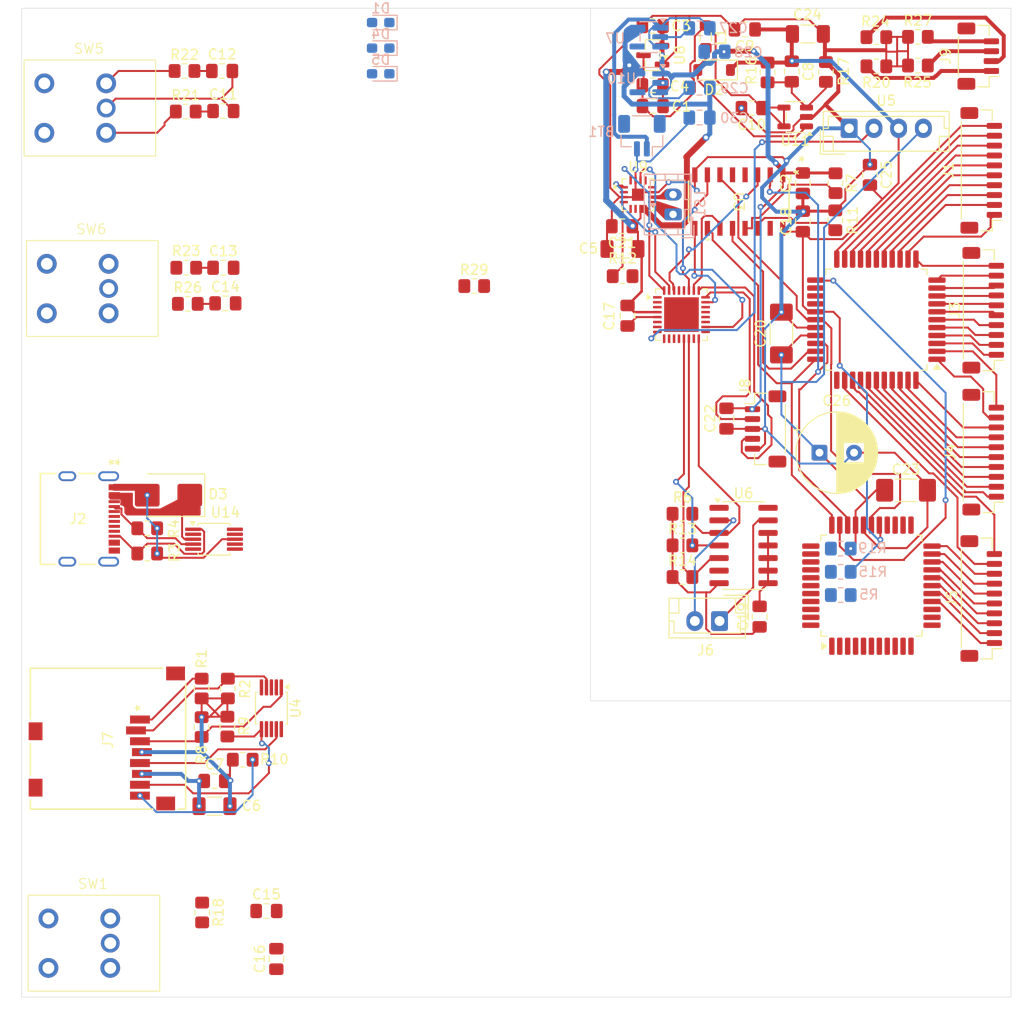
<source format=kicad_pcb>
(kicad_pcb (version 20241229) (generator "pcbnew") (generator_version "9.0")
  (layers (0 "F.Cu" signal) (2 "B.Cu" signal) (13 "F.Paste" user) (15 "B.Paste" user) (5 "F.SilkS" user "F.Silkscreen") (7 "B.SilkS" user "B.Silkscreen") (1 "F.Mask" user) (3 "B.Mask" user) (25 "Edge.Cuts" user))
  (net 0 "")
  (net 1 "+3.3V")
  (net 2 "GND")
  (net 3 "+5V")
  (net 4 "/ROT2A")
  (net 5 "+12V")
  (net 6 "/ROT2B")
  (net 7 "/ROT3B")
  (net 8 "/ROT3A")
  (net 9 "/ROT1B")
  (net 10 "+170V")
  (net 11 "Net-(D1-A)")
  (net 12 "/ROT1A")
  (net 13 "/SWDIO")
  (net 14 "/SELECT_RET")
  (net 15 "Net-(D4-A)")
  (net 16 "/SD_NSS")
  (net 17 "Net-(U3-Select)")
  (net 18 "Net-(D5-A)")
  (net 20 "Net-(J7-DAT2)")
  (net 21 "/SD_MOSI")
  (net 22 "/SD_MISO")
  (net 23 "/AU_~{SD}")
  (net 27 "Net-(J6-Pin_2)")
  (net 28 "Net-(J6-Pin_1)")
  (net 31 "Net-(BT1-+)")
  (net 32 "+V_CRIT")
  (net 33 "Net-(R23-Pad2)")
  (net 34 "Net-(R26-Pad1)")
  (net 35 "Net-(J7-DAT1)")
  (net 36 "Net-(U1A-DATA_OUT)")
  (net 37 "Net-(U9-~{SD_MODE})")
  (net 38 "Net-(U3-Fin)")
  (net 39 "/HV_~{LE}")
  (net 41 "/CLK")
  (net 42 "/HV_CLK")
  (net 43 "/Din")
  (net 45 "/HV_DIN")
  (net 46 "/SD_SCK")
  (net 47 "/CAP_SCL")
  (net 48 "/CAP_INT")
  (net 49 "Net-(J4-Pin_7)")
  (net 51 "Net-(J9-Pin_2)")
  (net 52 "/AU_DIN")
  (net 53 "/SWCLK")
  (net 54 "Net-(J4-Pin_5)")
  (net 55 "/CAP_SDA")
  (net 56 "/AU_BCLK")
  (net 57 "Net-(J9-Pin_1)")
  (net 58 "/~{RESET}")
  (net 59 "Net-(J9-Pin_3)")
  (net 60 "Net-(J4-Pin_1)")
  (net 61 "Net-(J4-Pin_3)")
  (net 62 "/AU_LRCLK")
  (net 63 "Net-(J1-Pin_7)")
  (net 64 "Net-(J1-Pin_10)")
  (net 65 "Net-(J1-Pin_4)")
  (net 66 "Net-(J1-Pin_5)")
  (net 67 "Net-(J1-Pin_2)")
  (net 68 "Net-(J1-Pin_3)")
  (net 69 "Net-(J1-Pin_8)")
  (net 70 "Net-(J1-Pin_1)")
  (net 71 "Net-(J1-Pin_6)")
  (net 72 "Net-(J1-Pin_9)")
  (net 73 "Net-(J3-Pin_8)")
  (net 74 "Net-(J3-Pin_2)")
  (net 75 "Net-(J3-Pin_4)")
  (net 76 "Net-(J3-Pin_3)")
  (net 77 "Net-(J3-Pin_5)")
  (net 78 "Net-(J3-Pin_7)")
  (net 79 "Net-(J3-Pin_6)")
  (net 80 "Net-(J3-Pin_9)")
  (net 81 "Net-(J3-Pin_10)")
  (net 82 "Net-(J4-Pin_8)")
  (net 83 "Net-(J4-Pin_6)")
  (net 84 "Net-(J3-Pin_1)")
  (net 85 "Net-(J4-Pin_10)")
  (net 86 "Net-(J4-Pin_9)")
  (net 87 "Net-(J5-Pin_5)")
  (net 88 "Net-(J5-Pin_6)")
  (net 101 "Net-(J5-Pin_9)")
  (net 102 "Net-(J5-Pin_10)")
  (net 103 "Net-(J4-Pin_2)")
  (net 104 "Net-(J4-Pin_4)")
  (net 105 "Net-(J5-Pin_1)")
  (net 106 "Net-(J5-Pin_2)")
  (net 107 "Net-(J5-Pin_3)")
  (net 108 "Net-(J5-Pin_4)")
  (net 109 "Net-(J5-Pin_7)")
  (net 110 "Net-(J5-Pin_8)")
  (net 149 "Net-(J9-Pin_4)")
  (net 150 "/~{BL}")
  (net 151 "/~{LE}")
  (net 152 "/HV_~{BL}")
  (net 158 "Net-(R18-Pad2)")
  (net 159 "Net-(R21-Pad1)")
  (net 160 "Net-(R22-Pad2)")
  (net 161 "Net-(R29-Pad1)")
  (net 162 "/FB")
  (net 163 "/SW")
  (net 164 "/CC1")
  (net 165 "/CC2")
  (net 166 "/NCH_SHDN")
  (net 167 "/SP_OUT_N")
  (net 168 "/SP_OUT_P")
  (footprint "Package_DFN_QFN:TQFN-16-1EP_3x3mm_P0.5mm_EP1.23x1.23mm" (layer "F.Cu") (at 171.76 60.26)
    (property "Reference" "U9")
    (property "Value" "MAX98357A")
  )
  (footprint "Capacitor_SMD:C_1808_4520Metric_Pad1.72x2.30mm_HandSolder" (layer "F.Cu") (at 186.25 74.3 90)
    (property "Reference" "C20")
    (property "Value" "0.1uF")
  )
  (footprint "Capacitor_SMD:C_0805_2012Metric_Pad1.18x1.45mm_HandSolder" (layer "F.Cu") (at 129.84375 67.65)
    (property "Reference" "C13")
    (property "Value" "0.01uF")
  )
  (footprint "Resistor_SMD:R_0805_2012Metric_Pad1.20x1.40mm_HandSolder" (layer "F.Cu") (at 200.05 47.2)
    (property "Reference" "R25")
    (property "Value" "27k 5%")
  )
  (footprint "Package_DFN_QFN:UFQFPN-32-1EP_5x5mm_P0.5mm_EP3.5x3.5mm" (layer "F.Cu") (at 176.15 72.3875)
    (property "Reference" "U13" (hide yes))
    (property "Value" "STM32G0B1KEU6")
  )
  (footprint "footprints:MEM2061-01-188-00-A_GCT" (layer "F.Cu") (at 118.185101 115.276499 90)
    (property "Reference" "J7")
    (property "Value" "Micro_SD_Card_Det1")
  )
  (footprint "Resistor_SMD:R_0805_2012Metric_Pad1.20x1.40mm_HandSolder" (layer "F.Cu") (at 126.09375 67.65 180)
    (property "Reference" "R23")
    (property "Value" "10k")
  )
  (footprint "Resistor_SMD:R_0805_2012Metric_Pad1.20x1.40mm_HandSolder" (layer "F.Cu") (at 127.65 114.1 -90)
    (property "Reference" "R8")
    (property "Value" "50k")
  )
  (footprint "Resistor_SMD:R_0805_2012Metric_Pad1.20x1.40mm_HandSolder" (layer "F.Cu") (at 131.8 117.4)
    (property "Reference" "R10")
    (property "Value" "50k")
  )
  (footprint "Diode_SMD:D_SMB" (layer "F.Cu") (at 124.3 90.65 180)
    (property "Reference" "D3")
    (property "Value" "SMBJ6.0")
  )
  (footprint "Capacitor_SMD:C_0805_2012Metric_Pad1.18x1.45mm_HandSolder" (layer "F.Cu") (at 128.95 119.55)
    (property "Reference" "C7")
    (property "Value" "0.1u")
  )
  (footprint "Resistor_SMD:R_0805_2012Metric_Pad1.20x1.40mm_HandSolder" (layer "F.Cu") (at 200.05 44.3)
    (property "Reference" "R27")
    (property "Value" "27k 5%")
  )
  (footprint "Resistor_SMD:R_0805_2012Metric_Pad1.20x1.40mm_HandSolder" (layer "F.Cu") (at 155.2 69.5)
    (property "Reference" "R29")
    (property "Value" "10k")
  )
  (footprint "Capacitor_SMD:C_1206_3216Metric_Pad1.33x1.80mm_HandSolder" (layer "F.Cu") (at 188.930002 44.005)
    (property "Reference" "C24")
    (property "Value" "10uF")
  )
  (footprint "Capacitor_SMD:C_0805_2012Metric_Pad1.18x1.45mm_HandSolder" (layer "F.Cu") (at 134.2 132.7)
    (property "Reference" "C15")
    (property "Value" "0.01uF")
  )
  (footprint "Capacitor_SMD:C_1206_3216Metric_Pad1.33x1.80mm_HandSolder" (layer "F.Cu") (at 128.95 122.1 180)
    (property "Reference" "C6")
    (property "Value" "4.7u")
  )
  (footprint "Capacitor_SMD:C_0805_2012Metric_Pad1.18x1.45mm_HandSolder" (layer "F.Cu") (at 182.55 43.55 180)
    (property "Reference" "C9")
    (property "Value" "1uF")
  )
  (footprint "Resistor_SMD:R_0805_2012Metric_Pad1.20x1.40mm_HandSolder" (layer "F.Cu") (at 190.75 47.85 90)
    (property "Reference" "R17")
    (property "Value" "160k")
  )
  (footprint "Capacitor_SMD:C_0805_2012Metric_Pad1.18x1.45mm_HandSolder" (layer "F.Cu") (at 170.7 72.5 -90)
    (property "Reference" "C17")
    (property "Value" "0.1uF")
  )
  (footprint "Connector_JST:JST_SH_BM10B-SRSS-TB_1x10-1MP_P1.00mm_Vertical" (layer "F.Cu") (at 206.45 57.8 90)
    (property "Reference" "J1")
    (property "Value" "Conn_01x10_Pin")
  )
  (footprint "Package_QFP:PQFP-44_10x10mm_P0.8mm" (layer "F.Cu") (at 195.85 72.9 180)
    (property "Reference" "U1" (hide yes))
    (property "Value" "HV5622PG" (hide yes))
  )
  (footprint "Connector_JST:JST_EH_B4B-EH-A_1x04_P2.50mm_Vertical" (layer "F.Cu") (at 193.1 53.55)
    (property "Reference" "U5")
    (property "Value" "NCH6100HV")
  )
  (footprint "Capacitor_SMD:C_0805_2012Metric_Pad1.18x1.45mm_HandSolder" (layer "F.Cu") (at 173.2375 43.2 180)
    (property "Reference" "C3")
    (property "Value" "4.7uF")
  )
  (footprint "Capacitor_SMD:C_0805_2012Metric_Pad1.18x1.45mm_HandSolder" (layer "F.Cu") (at 129.84375 51.8)
    (property "Reference" "C11")
    (property "Value" "0.01uF")
  )
  (footprint "Capacitor_SMD:C_0805_2012Metric_Pad1.18x1.45mm_HandSolder" (layer "F.Cu") (at 187.3 47.8 -90)
    (property "Reference" "C8")
    (property "Value" "27pF")
  )
  (footprint "Resistor_SMD:R_0805_2012Metric_Pad1.20x1.40mm_HandSolder" (layer "F.Cu") (at 130.3 110.2 90)
    (property "Reference" "R2")
    (property "Value" "50k")
  )
  (footprint "Resistor_SMD:R_0805_2012Metric_Pad1.20x1.40mm_HandSolder" (layer "F.Cu") (at 127.65 110.2 90)
    (property "Reference" "R1")
    (property "Value" "50k")
  )
  (footprint "Capacitor_SMD:C_1808_4520Metric_Pad1.72x2.30mm_HandSolder" (layer "F.Cu") (at 198.85 90.15)
    (property "Reference" "C23")
    (property "Value" "0.1uF")
  )
  (footprint "Inductor_SMD:L_0805_2012Metric_Pad1.05x1.20mm_HandSolder" (layer "F.Cu") (at 178.6 44.3 -90)
    (property "Reference" "L1")
    (property "Value" "10uH")
  )
  (footprint "Resistor_SMD:R_0805_2012Metric_Pad1.20x1.40mm_HandSolder" (layer "F.Cu") (at 176.25 92.527499)
    (property "Reference" "R6")
    (property "Value" "10k")
  )
  (footprint "Resistor_SMD:R_0805_2012Metric_Pad1.20x1.40mm_HandSolder" (layer "F.Cu") (at 195.85 44.33 180)
    (property "Reference" "R24")
    (property "Value" "27k 5%")
  )
  (footprint "Resistor_SMD:R_0805_2012Metric_Pad1.20x1.40mm_HandSolder" (layer "F.Cu") (at 125.91875 47.75 180)
    (property "Reference" "R22")
    (property "Value" "10k")
  )
  (footprint "Capacitor_SMD:C_0805_2012Metric_Pad1.18x1.45mm_HandSolder" (layer "F.Cu") (at 173.25 51.3)
    (property "Reference" "C1")
    (property "Value" "10uF")
  )
  (footprint "Diode_SMD:D_SOD-123" (layer "F.Cu") (at 179.45 47.65 180)
    (property "Reference" "D2")
    (property "Value" "MBR0530")
  )
  (footprint "Capacitor_SMD:C_0805_2012Metric_Pad1.18x1.45mm_HandSolder" (layer "F.Cu") (at 180.7 82.9 -90)
    (property "Reference" "C22")
    (property "Value" "0.1uF")
  )
  (footprint "Package_SO:SOIC-14_3.9x8.7mm_P1.27mm" (layer "F.Cu") (at 182.425 95.737499)
    (property "Reference" "U6")
    (property "Value" "CAP1206-x-SL")
  )
  (footprint "Resistor_SMD:R_0805_2012Metric_Pad1.20x1.40mm_HandSolder" (layer "F.Cu") (at 191.72 59.1 -90)
    (property "Reference" "R7")
    (property "Value" "330k")
  )
  (footprint "Connector_JST:JST_SH_BM10B-SRSS-TB_1x10-1MP_P1.00mm_Vertical" (layer "F.Cu") (at 206.45 101.1 90)
    (property "Reference" "J5")
    (property "Value" "Conn_01x10_Pin")
  )
  (footprint "Resistor_SMD:R_0805_2012Metric_Pad1.20x1.40mm_HandSolder" (layer "F.Cu") (at 195.85 47.28 180)
    (property "Reference" "R20")
    (property "Value" "27k 5%")
  )
  (footprint "Resistor_SMD:R_0805_2012Metric_Pad1.20x1.40mm_HandSolder" (layer "F.Cu") (at 122.15 96.55)
    (property "Reference" "R3")
    (property "Value" "5.1k 1%")
  )
  (footprint "Capacitor_SMD:C_0805_2012Metric_Pad1.18x1.45mm_HandSolder" (layer "F.Cu") (at 195.2 58.25 -90)
    (property "Reference" "C25")
    (property "Value" "0.1uF")
  )
  (footprint "Resistor_SMD:R_0805_2012Metric_Pad1.20x1.40mm_HandSolder" (layer "F.Cu") (at 130.25 114.05 -90)
    (property "Reference" "R9")
    (property "Value" "50k")
  )
  (footprint "Capacitor_SMD:C_0805_2012Metric_Pad1.18x1.45mm_HandSolder" (layer "F.Cu") (at 130.05 71.25)
    (property "Reference" "C14")
    (property "Value" "0.01uF")
  )
  (footprint "Resistor_SMD:R_0805_2012Metric_Pad1.20x1.40mm_HandSolder" (layer "F.Cu") (at 191.7 62.85 90)
    (property "Reference" "R11")
    (property "Value" "10k")
  )
  (footprint "Connector_JST:JST_SH_BM05B-SRSS-TB_1x05-1MP_P1.00mm_Vertical" (layer "F.Cu") (at 184.65 83.95 -90)
    (property "Reference" "J8")
    (property "Value" "Conn_ARM_JTAG_SWD_10")
  )
  (footprint "Resistor_SMD:R_0805_2012Metric_Pad1.20x1.40mm_HandSolder" (layer "F.Cu") (at 176.25 95.727499)
    (property "Reference" "R13")
    (property "Value" "10k")
  )
  (footprint "Capacitor_SMD:C_0805_2012Metric_Pad1.18x1.45mm_HandSolder" (layer "F.Cu") (at 188.42 59.1 90)
    (property "Reference" "C2")
    (property "Value" "0.1uF")
  )
  (footprint "Resistor_SMD:R_0805_2012Metric_Pad1.20x1.40mm_HandSolder" (layer "F.Cu") (at 122.15 94)
    (property "Reference" "R4")
    (property "Value" "5.1k 1%")
  )
  (footprint "Capacitor_THT:CP_Radial_D8.0mm_P3.50mm" (layer "F.Cu") (at 190.097349 86.35)
    (property "Reference" "C26")
    (property "Value" "22uF 300V")
  )
  (footprint "Capacitor_SMD:C_0805_2012Metric_Pad1.18x1.45mm_HandSolder" (layer "F.Cu") (at 188.42 62.9625 90)
    (property "Reference" "C18")
    (property "Value" "0.1uF")
  )
  (footprint "Capacitor_SMD:C_0805_2012Metric_Pad1.18x1.45mm_HandSolder" (layer "F.Cu") (at 173.2375 49.2)
    (property "Reference" "C4")
    (property "Value" "1uF")
  )
  (footprint "Package_TO_SOT_SMD:SOT-23" (layer "F.Cu") (at 173.25 46.15 180)
    (property "Reference" "U8")
    (property "Value" "MCP1700x-330xxTT")
  )
  (footprint "Connector_JST:JST_SH_BM10B-SRSS-TB_1x10-1MP_P1.00mm_Vertical" (layer "F.Cu") (at 206.65 71.95 90)
    (property "Reference" "J3")
    (property "Value" "Conn_01x10_Pin")
  )
  (footprint "Capacitor_SMD:C_0805_2012Metric_Pad1.18x1.45mm_HandSolder" (layer "F.Cu") (at 170.15 63.45 180)
    (property "Reference" "C21")
    (property "Value" "0.1uF")
  )
  (footprint "Package_QFP:PQFP-44_10x10mm_P0.8mm" (layer "F.Cu") (at 195.35 99.8 90)
    (property "Reference" "U2" (hide yes))
    (property "Value" "HV5622PG" (hide yes))
  )
  (footprint "Resistor_SMD:R_0805_2012Metric_Pad1.20x1.40mm_HandSolder" (layer "F.Cu") (at 184.85 47.9 -90)
    (property "Reference" "R16")
    (property "Value" "1.5M")
  )
  (footprint "footprints:SOIC-16_ONS" (layer "F.Cu") (at 181.945 60.9551 -90)
    (property "Reference" "U3")
    (property "Value" "4504")
  )
  (footprint "Connector_JST:JST_SH_BM10B-SRSS-TB_1x10-1MP_P1.00mm_Vertical" (layer "F.Cu") (at 206.65 86.3 90)
    (property "Reference" "J4")
    (property "Value" "Conn_01x10_Pin")
  )
  (footprint "Resistor_SMD:R_0805_2012Metric_Pad1.20x1.40mm_HandSolder" (layer "F.Cu") (at 170.2 68.5 180)
    (property "Reference" "R12")
    (property "Value" "633k")
  )
  (footprint "Connector_JST:JST_EH_B2B-EH-A_1x02_P2.50mm_Vertical" (layer "F.Cu") (at 180 103.377499 180)
    (property "Reference" "J6")
    (property "Value" "Conn_01x02")
  )
  (footprint "Resistor_SMD:R_0805_2012Metric_Pad1.20x1.40mm_HandSolder" (layer "F.Cu") (at 127.7 132.85 -90)
    (property "Reference" "R18")
    (property "Value" "10k")
  )
  (footprint "footprints:12402012E212A_AMP" (layer "F.Cu") (at 115.15 93.05 -90)
    (property "Reference" "J2")
    (property "Value" "USB_C_Receptacle_2.0" (hide yes))
  )
  (footprint "footprints:PEC09-2xxxF-Sxxxx" (layer "F.Cu") (at 111.912502 135.955)
    (property "Reference" "SW1")
    (property "Value" "PEC11J-9215F-S0015" (hide yes))
  )
  (footprint "Capacitor_SMD:C_0805_2012Metric_Pad1.18x1.45mm_HandSolder" (layer "F.Cu") (at 183.25 51.5 180)
    (property "Reference" "C10")
    (property "Value" "4.7u")
  )
  (footprint "Resistor_SMD:R_0805_2012Metric_Pad1.20x1.40mm_HandSolder" (layer "F.Cu") (at 126.25 71.3)
    (property "Reference" "R26")
    (property "Value" "10k")
  )
  (footprint "Connector_JST:JST_SH_BM04B-SRSS-TB_1x04-1MP_P1.00mm_Vertical" (layer "F.Cu") (at 206.15 46.25 90)
    (property "Reference" "J9")
    (property "Value" "NixieGND")
  )
  (footprint "Package_TO_SOT_SMD:SOT-23-5" (layer "F.Cu") (at 187.65 52.4 180)
    (property "Reference" "U11")
    (property "Value" "TPS61040DBV")
  )
  (footprint "Package_SO:MSOP-10_3x3mm_P0.5mm" (layer "F.Cu") (at 134.7 112.2 -90)
    (property "Reference" "U4")
    (property "Value" "CM1224-04MR")
  )
  (footprint "Resistor_SMD:R_0805_2012Metric_Pad1.20x1.40mm_HandSolder" (layer "F.Cu") (at 176.25 98.927499)
    (property "Reference" "R14")
    (property "Value" "10k")
  )
  (footprint "Resistor_SMD:R_0805_2012Metric_Pad1.20x1.40mm_HandSolder" (layer "F.Cu") (at 126.04375 51.85)
    (property "Reference" "R21")
    (property "Value" "10k")
  )
  (footprint "Capacitor_SMD:C_0805_2012Metric_Pad1.18x1.45mm_HandSolder" (layer "F.Cu") (at 135.2 137.55 90)
    (property "Reference" "C16")
    (property "Value" "0.01uF")
  )
  (footprint "Capacitor_SMD:C_0805_2012Metric_Pad1.18x1.45mm_HandSolder" (layer "F.Cu") (at 129.71875 47.75)
    (property "Reference" "C12")
    (property "Value" "0.01uF")
  )
  (footprint "footprints:PEC09-2xxxF-Sxxxx" (layer "F.Cu") (at 111.75 69.75)
    (property "Reference" "SW6")
    (property "Value" "PEC16-2015F-N0024" (hide yes))
  )
  (footprint "footprints:PEC09-2xxxF-Sxxxx" (layer "F.Cu") (at 111.5 51.5)
    (property "Reference" "SW5")
    (property "Value" "PEC16-2015F-N0024" (hide yes))
  )
  (footprint "Capacitor_SMD:C_1206_3216Metric_Pad1.33x1.80mm_HandSolder" (layer "F.Cu") (at 170.1875 65.75 180)
    (property "Reference" "C5")
    (property "Value" "10uF")
  )
  (footprint "Capacitor_SMD:C_0805_2012Metric_Pad1.18x1.45mm_HandSolder" (layer "F.Cu") (at 184.05 102.927499 90)
    (property "Reference" "C19")
    (property "Value" "0.1uF")
  )
  (footprint "Package_SO:MSOP-10_3x3mm_P0.5mm" (layer "F.Cu") (at 128.9 95.1)
    (property "Reference" "U14")
    (property "Value" "CM1224-04MR")
  )
  (footprint "LED_SMD:LED_0603_1608Metric_Pad1.05x0.95mm_HandSolder" (layer "B.Cu") (at 145.75 48.03 180)
    (property "Reference" "D5")
    (property "Value" "170V+")
  )
  (footprint "Resistor_SMD:R_0805_2012Metric_Pad1.20x1.40mm_HandSolder" (layer "B.Cu") (at 192.25 98.4)
    (property "Reference" "R15")
    (property "Value" "670 20%")
  )
  (footprint "Package_TO_SOT_SMD:SC-74A-5_1.55x2.9mm_P0.95mm" (layer "B.Cu") (at 172.85 44.325 180)
    (property "Reference" "U7")
    (property "Value" "NID1100")
  )
  (footprint "Connector_JST:JST_PH_B2B-PH-K_1x02_P2.00mm_Vertical" (layer "B.Cu") (at 175.3 62.25 90)
    (property "Reference" "LS1")
    (property "Value" "Speaker")
  )
  (footprint "Connector_JST:JST_SH_BM02B-SRSS-TB_1x02-1MP_P1.00mm_Vertical" (layer "B.Cu") (at 172.15 54.3 180)
    (property "Reference" "BT1")
    (property "Value" "Battery_Cell")
  )
  (footprint "Capacitor_SMD:C_0805_2012Metric_Pad1.18x1.45mm_HandSolder" (layer "B.Cu") (at 177.98 43.43 180)
    (property "Reference" "C27")
    (property "Value" "0.1u")
  )
  (footprint "LED_SMD:LED_0603_1608Metric_Pad1.05x0.95mm_HandSolder" (layer "B.Cu") (at 145.75 42.85 180)
    (property "Reference" "D1")
    (property "Value" "3.3V+")
  )
  (footprint "LED_SMD:LED_0603_1608Metric_Pad1.05x0.95mm_HandSolder" (layer "B.Cu") (at 145.75 45.44 180)
    (property "Reference" "D4")
    (property "Value" "12V+")
  )
  (footprint "Capacitor_SMD:C_0805_2012Metric_Pad1.18x1.45mm_HandSolder" (layer "B.Cu") (at 177.98 49.45 180)
    (property "Reference" "C29")
    (property "Value" "0.33u")
  )
  (footprint "Capacitor_SMD:C_0805_2012Metric_Pad1.18x1.45mm_HandSolder" (layer "B.Cu") (at 177.98 52.46 180)
    (property "Reference" "C30")
    (property "Value" "0.33u")
  )
  (footprint "Resistor_SMD:R_0805_2012Metric_Pad1.20x1.40mm_HandSolder" (layer "B.Cu") (at 192.25 96.05)
    (property "Reference" "R19")
    (property "Value" "11200 20%")
  )
  (footprint "Package_TO_SOT_SMD:SC-74A-5_1.55x2.9mm_P0.95mm" (layer "B.Cu") (at 172.85 48.95 180)
    (property "Reference" "U10")
    (property "Value" "NID1100")
  )
  (footprint "Capacitor_SMD:C_0805_2012Metric_Pad1.18x1.45mm_HandSolder" (layer "B.Cu") (at 179.4875 45.8 180)
    (property "Reference" "C28")
    (property "Value" "0.1u")
  )
  (footprint "Resistor_SMD:R_0805_2012Metric_Pad1.20x1.40mm_HandSolder" (layer "B.Cu") (at 192.25 100.75)
    (property "Reference" "R5")
    (property "Value" "86 20%")
  )
  (gr_line (start 166.955002 41.405) (end 166.955002 111.405) (stroke (width 0.05)) (layer "Edge.Cuts"))
  (gr_rect (start 109.455002 41.405) (end 209.455002 141.405) (stroke (width 0.05)) (fill no) (layer "Edge.Cuts"))
  (gr_line (start 209.455002 41.405) (end 166.955002 41.405) (stroke (width 0.05)) (layer "Edge.Cuts"))
  (gr_line (start 166.955002 111.45) (end 209.45 111.45) (stroke (width 0.05)) (layer "Edge.Cuts"))
  (segment (start 175.25 92.527499) (end 175.25 95.727499) (width 0.2) (layer "F.Cu") (net 1))
  (segment (start 176.8 100.477499) (end 178.65 100.477499) (width 0.2) (layer "F.Cu") (net 1))
  (segment (start 130.25 111.25) (end 130.3 111.2) (width 0.2) (layer "F.Cu") (net 1))
  (segment (start 186.5775 58.0625) (end 186.39 58.25) (width 0.2) (layer "F.Cu") (net 1))
  (segment (start 127.65 111.2) (end 130.3 111.2) (width 0.2) (layer "F.Cu") (net 1))
  (segment (start 184.4 61.5) (end 184.15 61.5) (width 0.2) (layer "F.Cu") (net 1))
  (segment (start 186.39 59.51) (end 184.4 61.5) (width 0.2) (layer "F.Cu") (net 1))
  (segment (start 186.39 58.25) (end 186.39 59.51) (width 0.2) (layer "F.Cu") (net 1))
  (segment (start 186.39 57.7674) (end 186.39 58.25) (width 0.2) (layer "F.Cu") (net 1))
  (segment (start 174.1875 43.2875) (end 174.275 43.2) (width 0.2) (layer "F.Cu") (net 1))
  (segment (start 175.25 98.927499) (end 175.25 95.727499) (width 0.2) (layer "F.Cu") (net 1))
  (segment (start 185.687064 57.064464) (end 186.39 57.7674) (width 0.5) (layer "F.Cu") (net 1))
  (segment (start 178.65 100.477499) (end 179.02 100.477499) (width 0.2) (layer "F.Cu") (net 1))
  (segment (start 188.42 58.0625) (end 186.5775 58.0625) (width 0.3) (layer "F.Cu") (net 1))
  (segment (start 130.25 113.05) (end 127.7 113.05) (width 0.2) (layer "F.Cu") (net 1))
  (segment (start 128.4 113.1) (end 130.3 111.2) (width 0.2) (layer "F.Cu") (net 1))
  (segment (start 178.65 104.163659) (end 179.16484 104.678499) (width 0.2) (layer "F.Cu") (net 1))
  (segment (start 179.02 100.477499) (end 179.95 99.547499) (width 0.2) (layer "F.Cu") (net 1))
  (segment (start 127.7 113.05) (end 127.65 113.1) (width 0.2) (layer "F.Cu") (net 1))
  (segment (start 127.65 113.1) (end 128.4 113.1) (width 0.2) (layer "F.Cu") (net 1))
  (segment (start 130.25 113.05) (end 130.25 111.25) (width 0.2) (layer "F.Cu") (net 1))
  (segment (start 183.45 45.75) (end 180.5 45.75) (width 0.5) (layer "F.Cu") (net 1))
  (segment (start 130.5125 119.55) (end 130.55625 119.50625) (width 0.2) (layer "F.Cu") (net 1))
  (segment (start 183.3365 104.678499) (end 184.05 103.964999) (width 0.2) (layer "F.Cu") (net 1))
  (segment (start 188.42 58.0625) (end 191.6825 58.0625) (width 0.3) (layer "F.Cu") (net 1))
  (segment (start 129.5 113.05) (end 127.65 111.2) (width 0.2) (layer "F.Cu") (net 1))
  (segment (start 183.2375 81.8625) (end 183.325 81.95) (width 0.2) (layer "F.Cu") (net 1))
  (segment (start 175.25 98.927499) (end 176.8 100.477499) (width 0.2) (layer "F.Cu") (net 1))
  (segment (start 180.7 81.8625) (end 183.2375 81.8625) (width 0.2) (layer "F.Cu") (net 1))
  (segment (start 179.16484 104.678499) (end 183.3365 104.678499) (width 0.2) (layer "F.Cu") (net 1))
  (segment (start 174.1875 46.15) (end 174.1875 45.2) (width 0.5) (layer "F.Cu") (net 1))
  (segment (start 130.25 113.05) (end 129.5 113.05) (width 0.2) (layer "F.Cu") (net 1))
  (segment (start 130.5125 119.55) (end 130.5125 117.6875) (width 0.2) (layer "F.Cu") (net 1))
  (segment (start 180.5 45.75) (end 180.45 45.8) (width 0.2) (layer "F.Cu") (net 1))
  (segment (start 191.6825 58.0625) (end 191.72 58.1) (width 0.2) (layer "F.Cu") (net 1))
  (segment (start 174.1875 45.2) (end 174.1875 43.2875) (width 0.5) (layer "F.Cu") (net 1))
  (segment (start 127.65 113.1) (end 127.65 111.2) (width 0.2) (layer "F.Cu") (net 1))
  (segment (start 130.5125 117.6875) (end 130.8 117.4) (width 0.2) (layer "F.Cu") (net 1))
  (segment (start 178.65 100.477499) (end 178.65 104.163659) (width 0.2) (layer "F.Cu") (net 1))
  (via (at 130.55625 119.50625) (size 0.6) (drill 0.3) (layers "F.Cu" "B.Cu") (net 1))
  (via (at 185.687064 57.064464) (size 0.6) (drill 0.3) (layers "F.Cu" "B.Cu") (net 1))
  (via (at 130.5125 122.1) (size 0.6) (drill 0.3) (layers "F.Cu" "B.Cu") (net 1))
  (via (at 121.613502 116.636499) (size 0.6) (drill 0.3) (layers "F.Cu" "B.Cu") (net 1))
  (via (at 183.45 45.75) (size 0.6) (drill 0.3) (layers "F.Cu" "B.Cu") (net 1))
  (via (at 174.1875 46.15) (size 0.6) (drill 0.3) (layers "F.Cu" "B.Cu") (net 1))
  (via (at 183.3 81.95) (size 0.6) (drill 0.3) (layers "F.Cu" "B.Cu") (net 1))
  (via (at 127.65 113.1) (size 0.6) (drill 0.3) (layers "F.Cu" "B.Cu") (net 1))
  (via (at 180.45 45.8) (size 0.6) (drill 0.3) (layers "F.Cu" "B.Cu") (net 1))
  (via (at 184.15 61.5) (size 0.6) (drill 0.3) (layers "F.Cu" "B.Cu") (net 1))
  (segment (start 127.7 116.65) (end 127.686499 116.636499) (width 0.3) (layer "B.Cu") (net 1))
  (segment (start 127.65 116.6) (end 127.65 113.1) (width 0.4) (layer "B.Cu") (net 1))
  (segment (start 185.1645 56.6) (end 184.901 56.3365) (width 0.5) (layer "B.Cu") (net 1))
  (segment (start 184.15 61.5) (end 184.15 81.1) (width 0.2) (layer "B.Cu") (net 1))
  (segment (start 174.1875 46.15) (end 174.1875 47.8125) (width 0.5) (layer "B.Cu") (net 1))
  (segment (start 175.127 48.424) (end 175.401 48.15) (width 0.5) (layer "B.Cu") (net 1))
  (segment (start 184.901 56.3365) (end 184.901 47.201) (width 0.5) (layer "B.Cu") (net 1))
  (segment (start 175.101 48.45) (end 175.127 48.424) (width 0.2) (layer "B.Cu") (net 1))
  (segment (start 185.687064 57.064464) (end 185.2226 56.6) (width 0.5) (layer "B.Cu") (net 1))
  (segment (start 130.55625 119.50625) (end 127.7 116.65) (width 0.4) (layer "B.Cu") (net 1))
  (segment (start 179.7 45.8) (end 180.15 45.8) (width 0.5) (layer "B.Cu") (net 1))
  (segment (start 175.101 49.290968) (end 175.101 48.45) (width 0.2) (layer "B.Cu") (net 1))
  (segment (start 180.15 45.8) (end 180.45 45.8) (width 0.2) (layer "B.Cu") (net 1))
  (segment (start 179.4885 46.0115) (end 179.7 45.8) (width 0.5) (layer "B.Cu") (net 1))
  (segment (start 184.15 81.1) (end 183.3 81.95) (width 0.2) (layer "B.Cu") (net 1))
  (segment (start 127.686499 116.636499) (end 121.613502 116.636499) (width 0.4) (layer "B.Cu") (net 1))
  (segment (start 175.101 48.45) (end 175.101 48.301001) (width 0.2) (layer "B.Cu") (net 1))
  (segment (start 130.55625 119.55625) (end 130.5125 119.6) (width 0.2) (layer "B.Cu") (net 1))
  (segment (start 177.35 48.15) (end 178.524 46.976) (width 0.5) (layer "B.Cu") (net 1))
  (segment (start 179.4885 46.572292) (end 179.4885 46.0115) (width 0.5) (layer "B.Cu") (net 1))
  (segment (start 174.491968 49.9) (end 175.101 49.290968) (width 0.2) (layer "B.Cu") (net 1))
  (segment (start 185.2226 56.6) (end 185.1645 56.6) (width 0.5) (layer "B.Cu") (net 1))
  (segment (start 130.5125 119.6) (end 130.5125 122.1) (width 0.4) (layer "B.Cu") (net 1))
  (segment (start 180.45 45.8) (end 180.525 45.8) (width 0.2) (layer "B.Cu") (net 1))
  (segment (start 127.7 116.65) (end 127.65 116.6) (width 0.3) (layer "B.Cu") (net 1))
  (segment (start 174 49.9) (end 174.491968 49.9) (width 0.2) (layer "B.Cu") (net 1))
  (segment (start 174.799999 48) (end 174 48) (width 0.2) (layer "B.Cu") (net 1))
  (segment (start 175.101 48.301001) (end 174.799999 48) (width 0.5) (layer "B.Cu") (net 1))
  (segment (start 179.084792 46.976) (end 179.4885 46.572292) (width 0.5) (layer "B.Cu") (net 1))
  (segment (start 174.1875 47.8125) (end 174 48) (width 0.2) (layer "B.Cu") (net 1))
  (segment (start 178.524 46.976) (end 179.084792 46.976) (width 0.5) (layer "B.Cu") (net 1))
  (segment (start 184.901 47.201) (end 183.45 45.75) (width 0.5) (layer "B.Cu") (net 1))
  (segment (start 130.55625 119.50625) (end 130.55625 119.55625) (width 0.2) (layer "B.Cu") (net 1))
  (segment (start 175.401 48.15) (end 177.35 48.15) (width 0.5) (layer "B.Cu") (net 1))
  (segment (start 183.3125 83.9375) (end 183.325 83.95) (width 0.2) (layer "F.Cu") (net 2))
  (segment (start 174.275 49.2) (end 174.275 51.2875) (width 0.2) (layer "F.Cu") (net 2))
  (segment (start 118 51.5) (end 118.949999 50.550001) (width 0.2) (layer "F.Cu") (net 2))
  (segment (start 199.02 47.28) (end 199.05 47.25) (width 0.2) (layer "F.Cu") (net 2))
  (segment (start 184.6635 53.951) (end 187.215968 53.951) (width 0.2) (layer "F.Cu") (net 2))
  (segment (start 176.95 42.174) (end 180.1365 42.174) (width 0.2) (layer "F.Cu") (net 2))
  (segment (start 190.65 46.75) (end 190.65 45.75) (width 0.4) (layer "F.Cu") (net 2))
  (segment (start 186.25 72.1375) (end 187.8125 73.7) (width 0.2) (layer "F.Cu") (net 2))
  (segment (start 172.2 43.25) (end 167.85 47.6) (width 0.2) (layer "F.Cu") (net 2))
  (segment (start 187.8125 73.7) (end 189.725 73.7) (width 0.2) (layer "F.Cu") (net 2))
  (segment (start 129.718948 95.1) (end 127.841948 96.977) (width 0.2) (layer "F.Cu") (net 2))
  (segment (start 171.51 60.01) (end 171.76 60.26) (width 0.2) (layer "F.Cu") (net 2))
  (segment (start 118.8203 89.849999) (end 121.349999 89.849999) (width 0.7) (layer "F.Cu") (net 2))
  (segment (start 182.2125 51.5) (end 184.6635 53.951) (width 0.2) (layer "F.Cu") (net 2))
  (segment (start 173.1975 60.01) (end 173.84 60.01) (width 0.2) (layer "F.Cu") (net 2))
  (segment (start 172.2 43.2) (end 173.226 42.174) (width 0.2) (layer "F.Cu") (net 2))
  (segment (start 121.349999 89.849999) (end 122.15 90.65) (width 0.2) (layer "F.Cu") (net 2))
  (segment (start 184.9 97.007499) (end 184.9 98.277499) (width 0.2) (layer "F.Cu") (net 2))
  (segment (start 197.95 47.23) (end 197.9 47.28) (width 0.2) (layer "F.Cu") (net 2))
  (segment (start 176.9425 43.43) (end 176.9425 42.1815) (width 0.2) (layer "F.Cu") (net 2))
  (segment (start 171.51 58.8225) (end 171.51 60.01) (width 0.2) (layer "F.Cu") (net 2))
  (segment (start 197.95 44.3) (end 196.88 44.3) (width 0.2) (layer "F.Cu") (net 2))
  (segment (start 188.401 52.4) (end 188.7875 52.4) (width 0.2) (layer "F.Cu") (net 2))
  (segment (start 172.01 60.01) (end 171.76 60.26) (width 0.2) (layer "F.Cu") (net 2))
  (segment (start 174.1875 47.1) (end 174.1875 47.2) (width 0.2) (layer "F.Cu") (net 2))
  (segment (start 130.75625 49.425002) (end 129.631251 50.550001) (width 0.2) (layer "F.Cu") (net 2))
  (segment (start 186.363464 56.463464) (end 186.75 56.85) (width 0.2) (layer "F.Cu") (net 2))
  (segment (start 174.275 48.95) (end 174.275 49.2) (width 0.2) (layer "F.Cu") (net 2))
  (segment (start 177.5 58.25) (end 177.5 57.7674) (width 0.2) (layer "F.Cu") (net 2))
  (segment (start 193.1 53.55) (end 190.699999 51.149999) (width 0.4) (layer "F.Cu") (net 2))
  (segment (start 130.75625 47.75) (end 130.75625 49.425002) (width 0.2) (layer "F.Cu") (net 2))
  (segment (start 167.85 47.6) (end 167.85 48.099971) (width 0.2) (layer "F.Cu") (net 2))
  (segment (start 192 49.849998) (end 192 48.1) (width 0.4) (layer "F.Cu") (net 2))
  (segment (start 168.95 49.199971) (end 168.95 59.565798) (width 0.2) (layer "F.Cu") (net 2))
  (segment (start 197.95 45.7) (end 197.95 45.8) (width 0.2) (layer "F.Cu") (net 2))
  (segment (start 196.88 44.3) (end 196.85 44.33) (width 0.2) (layer "F.Cu") (net 2))
  (segment (start 168.95 59.565798) (end 169.894202 60.51) (width 0.2) (layer "F.Cu") (net 2))
  (segment (start 201.0125 90.15) (end 201.0125 93.8875) (width 0.2) (layer "F.Cu") (net 2))
  (segment (start 201.0125 93.8875) (end 198.9 96) (width 0.2) (layer "F.Cu") (net 2))
  (segment (start 174.1875 47.1) (end 175.6 45.6875) (width 0.2) (layer "F.Cu") (net 2))
  (segment (start 196.85 47.28) (end 196.85 45.8) (width 0.2) (layer "F.Cu") (net 2))
  (segment (start 123.577 96.977) (end 123.15 96.55) (width 0.2) (layer "F.Cu") (net 2))
  (segment (start 177.5 59.65) (end 177.7 59.85) (width 0.2) (layer "F.Cu") (net 2))
  (segment (start 181.5125 43.55) (end 182.5385 42.524) (width 0.2) (layer "F.Cu") (net 2))
  (segment (start 190.75 45.65) (end 190.65 45.55) (width 0.2) (layer "F.Cu") (net 2))
  (segment (start 184.9 99.547499) (end 184.9 98.277499) (width 0.2) (layer "F.Cu") (net 2))
  (segment (start 169.1125 61.291702) (end 169.894202 60.51) (width 0.2) (layer "F.Cu") (net 2))
  (segment (start 190.65 45.75) (end 190.75 45.65) (width 0.2) (layer "F.Cu") (net 2))
  (segment (start 167.85 48.099971) (end 168.95 49.199971) (width 0.2) (layer "F.Cu") (net 2))
  (segment (start 187.476 53.690968) (end 187.476 53.325) (width 0.2) (layer "F.Cu") (net 2))
  (segment (start 197.7 86.35) (end 201.0125 89.6625) (width 0.2) (layer "F.Cu") (net 2))
  (segment (start 129.631251 50.550001) (end 130.88125 51.8) (width 0.2) (layer "F.Cu") (net 2))
  (segment (start 189.449999 52.4) (end 190.699999 51.149999) (width 0.3) (layer "F.Cu") (net 2))
  (segment (start 199.05 47.25) (end 199.05 45.75) (width 0.2) (layer "F.Cu") (net 2))
  (segment (start 184.9 94.467499) (end 184.9 95.737499) (width 0.2) (layer "F.Cu") (net 2))
  (segment (start 196.85 47.28) (end 197.9 47.28) (width 0.2) (layer "F.Cu") (net 2))
  (segment (start 169.1125 63.45) (end 169.1125 61.291702) (width 0.2) (layer "F.Cu") (net 2))
  (segment (start 196.176056 96) (end 194.55 94.373944) (width 0.2) (layer "F.Cu") (net 2))
  (segment (start 175.6 45.6875) (end 175.6 42.174) (width 0.2) (layer "F.Cu") (net 2))
  (segment (start 193.597349 86.35) (end 197.7 86.35) (width 0.2) (layer "F.Cu") (net 2))
  (segment (start 177.5 57.7674) (end 178.803936 56.463464) (width 0.2) (layer "F.Cu") (net 2))
  (segment (start 188.4725 61.9775) (end 188.42 61.925) (width 0.2) (layer "F.Cu") (net 2))
  (segment (start 171.51 58.8225) (end 171.51 57.71) (width 0.2) (layer "F.Cu") (net 2))
  (segment (start 192 48.1) (end 190.75 46.85) (width 0.4) (layer "F.Cu") (net 2))
  (segment (start 198.9 96) (end 196.176056 96) (width 0.2) (layer "F.Cu") (net 2))
  (segment (start 173.1975 60.01) (end 172.01 60.01) (width 0.2) (layer "F.Cu") (net 2))
  (segment (start 187.215968 53.951) (end 187.476 53.690968) (width 0.2) (layer "F.Cu") (net 2))
  (segment (start 183.325 83.95) (end 184.6 83.95) (width 0.2) (layer "F.Cu") (net 2))
  (segment (start 180.7 83.9375) (end 183.3125 83.9375) (width 0.2) (layer "F.Cu") (net 2))
  (segment (start 131.0125 95.1) (end 129.718948 95.1) (width 0.2) (layer "F.Cu") (net 2))
  (segment (start 171.51 60.51) (end 171.76 60.26) (width 0.2) (layer "F.Cu") (net 2))
  (segment (start 171.6 72.6375) (end 173.7125 72.6375) (width 0.2) (layer "F.Cu") (net 2))
  (segment (start 174.1875 47.2) (end 174.275 47.2875) (width 0.2) (layer "F.Cu") (net 2))
  (segment (start 173.1975 60.01) (end 173.64 60.01) (width 0.2) (layer "F.Cu") (net 2))
  (segment (start 190.65 44.162498) (end 190.492502 44.005) (width 0.2) (layer "F.Cu") (net 2))
  (segment (start 184.05 101.889999) (end 184.05 100.397499) (width 0.2) (layer "F.Cu") (net 2))
  (segment (start 174.275 47.2875) (end 174.275 48.95) (width 0.2) (layer "F.Cu") (net 2))
  (segment (start 191.7 61.85) (end 192.721 60.829) (width 0.2) (layer "F.Cu") (net 2))
  (segment (start 198 45.75) (end 197.95 45.7) (width 0.2) (layer "F.Cu") (net 2))
  (segment (start 197.9 47.28) (end 199.02 47.28) (width 0.2) (layer "F.Cu") (net 2))
  (segment (start 188.7875 52.4) (end 189.449999 52.4) (width 0.2) (layer "F.Cu") (net 2))
  (segment (start 184.6 85.449999) (end 184.099999 85.95) (width 0.2) (layer "F.Cu") (net 2))
  (segment (start 199.05 44.3) (end 197.95 44.3) (width 0.2) (layer "F.Cu") (net 2))
  (segment (start 188.42 60.1375) (end 188.42 61.925) (width 0.3) (layer "F.Cu") (net 2))
  (segment (start 184.9 97.007499) (end 184.9 95.737499) (width 0.2) (layer "F.Cu") (net 2))
  (segment (start 184.6 83.95) (end 184.6 85.449999) (width 0.2) (layer "F.Cu") (net 2))
  (segment (start 172.2 43.2) (end 172.2 43.25) (width 0.2) (layer "F.Cu") (net 2))
  (segment (start 189.011502 42.524) (end 190.492502 44.005) (width 0.2) (layer "F.Cu") (net 2))
  (segment (start 180.1365 42.174) (end 181.5125 43.55) (width 0.2) (layer "F.Cu") (net 2))
  (segment (start 170.3225 60.51) (end 169.894202 60.51) (width 0.2) (layer "F.Cu") (net 2))
  (segment (start 176.9425 42.1815) (end 176.95 42.174) (width 0.2) (layer "F.Cu") (net 2))
  (segment (start 201.0125 89.6625) (end 201.0125 90.15) (width 0.2) (layer "F.Cu") (net 2))
  (segment (start 177.5 58.25) (end 177.5 59.65) (width 0.2) (layer "F.Cu") (net 2))
  (segment (start 196.75 45.65) (end 196.9 45.8) (width 0.2) (layer "F.Cu") (net 2))
  (segment (start 197.95 44.3) (end 197.95 45.7) (width 0.2) (layer "F.Cu") (net 2))
  (segment (start 170.3225 60.51) (end 171.51 60.51) (width 0.2) (layer "F.Cu") (net 2))
  (segment (start 171.51 57.71) (end 171.5 57.7) (width 0.2) (layer "F.Cu") (net 2))
  (segment (start 187.476 53.325) (end 188.401 52.4) (width 0.2) (layer "F.Cu") (net 2))
  (segment (start 173.84 60.01) (end 174.85 59) (width 0.2) (layer "F.Cu") (net 2))
  (segment (start 178.803936 56.463464) (end 186.363464 56.463464) (width 0.2) (layer "F.Cu") (net 2))
  (segment (start 196.9 45.8) (end 197.95 45.8) (width 0.2) (layer "F.Cu") (net 2))
  (segment (start 175.6 42.174) (end 176.95 42.174) (width 0.2) (layer "F.Cu") (net 2))
  (segment (start 168.625 65.75) (end 168.625 63.9375) (width 0.2) (layer "F.Cu") (net 2))
  (segment (start 194.55 94.373944) (end 194.55 93.675) (width 0.2) (layer "F.Cu") (net 2))
  (segment (start 190.699999 51.149999) (end 192 49.849998) (width 0.4) (layer "F.Cu") (net 2))
  (segment (start 170.7 73.5375) (end 171.6 72.6375) (width 0.2) (layer "F.Cu") (net 2))
  (segment (start 199.05 45.75) (end 198 45.75) (width 0.2) (layer "F.Cu") (net 2))
  (segment (start 196.85 45.8) (end 196.9 45.8) (width 0.2) (layer "F.Cu") (net 2))
  (segment (start 168.625 63.9375) (end 169.1125 63.45) (width 0.2) (layer "F.Cu") (net 2))
  (segment (start 192.721 60.829) (end 192.721 59.6915) (width 0.2) (layer "F.Cu") (net 2))
  (segment (start 118.949999 50.550001) (end 129.631251 50.550001) (width 0.2) (layer "F.Cu") (net 2))
  (segment (start 184.05 100.397499) (end 184.9 99.547499) (width 0.2) (layer "F.Cu") (net 2))
  (segment (start 173.226 42.174) (end 175.6 42.174) (width 0.2) (layer "F.Cu") (net 2))
  (segment (start 192.721 59.6915) (end 195.2 57.2125) (width 0.2) (layer "F.Cu") (net 2))
  (segment (start 182.5385 42.524) (end 189.011502 42.524) (width 0.2) (layer "F.Cu") (net 2))
  (segment (start 190.65 45.55) (end 190.65 44.162498) (width 0.4) (layer "F.Cu") (net 2))
  (segment (start 190.75 46.85) (end 190.65 46.75) (width 0.2) (layer "F.Cu") (net 2))
  (segment (start 190.75 45.65) (end 196.75 45.65) (width 0.4) (layer "F.Cu") (net 2))
  (segment (start 127.841948 96.977) (end 123.577 96.977) (width 0.2) (layer "F.Cu") (net 2))
  (segment (start 197.95 45.8) (end 197.95 47.23) (width 0.2) (layer "F.Cu") (net 2))
  (segment (start 188.42 61.925) (end 191.28116 61.925) (width 0.3) (layer "F.Cu") (net 2))
  (segment (start 196.85 45.8) (end 196.85 44.33) (width 0.2) (layer "F.Cu") (net 2))
  (segment (start 199.05 45.75) (end 199.05 44.3) (width 0.2) (layer "F.Cu") (net 2))
  (segment (start 184.099999 85.95) (end 183.325 85.95) (width 0.2) (layer "F.Cu") (net 2))
  (segment (start 174.275 51.2875) (end 174.2875 51.3) (width 0.2) (layer "F.Cu") (net 2))
  (via (at 127.3875 122.1) (size 0.6) (drill 0.3) (layers "F.Cu" "B.Cu") (net 2))
  (via (at 121.613502 118.836499) (size 0.6) (drill 0.3) (layers "F.Cu" "B.Cu") (net 2))
  (via (at 186.25 72.1375) (size 0.6) (drill 0.3) (layers "F.Cu" "B.Cu") (net 2))
  (via (at 184.6 83.95) (size 0.6) (drill 0.3) (layers "F.Cu" "B.Cu") (net 2))
  (via (at 174.85 59) (size 0.6) (drill 0.3) (layers "F.Cu" "B.Cu") (net 2))
  (via (at 171.51 57.71) (size 0.6) (drill 0.3) (layers "F.Cu" "B.Cu") (net 2))
  (via (at 177.7 59.85) (size 0.6) (drill 0.3) (layers "F.Cu" "B.Cu") (net 2))
  (via (at 123.15 96.55) (size 0.6) (drill 0.3) (layers "F.Cu" "B.Cu") (net 2))
  (via (at 176.9425 43.43) (size 0.6) (drill 0.3) (layers "F.Cu" "B.Cu") (net 2))
  (via (at 186.775028 56.825028) (size 0.6) (drill 0.3) (layers "F.Cu" "B.Cu") (net 2))
  (via (at 182.2125 51.5) (size 0.6) (drill 0.3) (layers "F.Cu" "B.Cu") (net 2))
  (via (at 195.2 57.2125) (size 0.6) (drill 0.3) (layers "F.Cu" "B.Cu") (net 2))
  (via (at 127.3875 119.55) (size 0.6) (drill 0.3) (layers "F.Cu" "B.Cu") (net 2))
  (via (at 174.275 48.95) (size 0.6) (drill 0.3) (layers "F.Cu" "B.Cu") (net 2))
  (via (at 122.15 90.65) (size 0.6) (drill 0.3) (layers "F.Cu" "B.Cu") (net 2))
  (via (at 188.4725 61.9775) (size 0.6) (drill 0.3) (layers "F.Cu" "B.Cu") (net 2))
  (via (at 123.15 94) (size 0.6) (drill 0.3) (layers "F.Cu" "B.Cu") (net 2))
  (segment (start 122.15 90.65) (end 122.15 93) (width 0.2) (layer "B.Cu") (net 2))
  (segment (start 172.899 50.240968) (end 173.159032 50.501) (width 0.2) (layer "B.Cu") (net 2))
  (segment (start 173.159032 50.501) (end 175.8915 50.501) (width 0.2) (layer "B.Cu") (net 2))
  (segment (start 176.9425 52.46) (end 176.9425 52.9575) (width 0.2) (layer "B.Cu") (net 2))
  (segment (start 174.85 59) (end 176.85 59) (width 0.2) (layer "B.Cu") (net 2))
  (segment (start 188.4725 61.9775) (end 186.25 64.2) (width 0.4) (layer "B.Cu") (net 2))
  (segment (start 195.2 57.2125) (end 195.2 55.65) (width 0.2) (layer "B.Cu") (net 2))
  (segment (start 186.775028 56.825028) (end 186.775028 57.074972) (width 0.4) (layer "B.Cu") (net 2))
  (segment (start 193.1 53.55) (end 190.050057 53.55) (width 0.4) (layer "B.Cu") (net 2))
  (segment (start 127.3875 122.1) (end 127.3875 119.55) (width 0.4) (layer "B.Cu") (net 2))
  (segment (start 172.899 49.559032) (end 172.899 50.240968) (width 0.2) (layer "B.Cu") (net 2))
  (segment (start 195.2 55.65) (end 193.1 53.55) (width 0.2) (layer "B.Cu") (net 2))
  (segment (start 176.85 59) (end 177.7 59.85) (width 0.2) (layer "B.Cu") (net 2))
  (segment (start 184.3 59.55) (end 184.3 60.55) (width 0.4) (layer "B.Cu") (net 2))
  (segment (start 173.508032 48.95) (end 172.899 49.559032) (width 0.2) (layer "B.Cu") (net 2))
  (segment (start 193.597349 86.35) (end 192.496349 87.451) (width 0.2) (layer "B.Cu") (net 2))
  (segment (start 185.7275 61.9775) (end 188.4725 61.9775) (width 0.4) (layer "B.Cu") (net 2))
  (segment (start 190.050057 53.55) (end 186.775028 56.825028) (width 0.4) (layer "B.Cu") (net 2))
  (segment (start 171.65 56.9) (end 171.65 55.625) (width 0.2) (layer "B.Cu") (net 2))
  (segment (start 175.8915 50.501) (end 176.9425 49.45) (width 0.2) (layer "B.Cu") (net 2))
  (segment (start 126.3 119.55) (end 125.586499 118.836499) (width 0.4) (layer "B.Cu") (net 2))
  (segment (start 192.496349 87.451) (end 188.101 87.451) (width 0.2) (layer "B.Cu") (net 2))
  (segment (start 184.6 73.7875) (end 186.25 72.1375) (width 0.2) (layer "B.Cu") (net 2))
  (segment (start 186.775028 57.074972) (end 184.3 59.55) (width 0.4) (layer "B.Cu") (net 2))
  (segment (start 188.101 87.451) (end 184.6 83.95) (width 0.2) (layer "B.Cu") (net 2))
  (segment (start 176.0475 44.325) (end 176.9425 43.43) (width 0.2) (layer "B.Cu") (net 2))
  (segment (start 127.3875 119.55) (end 126.3 119.55) (width 0.4) (layer "B.Cu") (net 2))
  (segment (start 123.15 94) (end 123.15 96.55) (width 0.2) (layer "B.Cu") (net 2))
  (segment (start 184.3 60.55) (end 185.7275 61.9775) (width 0.4) (layer "B.Cu") (net 2))
  (segment (start 176.9425 49.45) (end 177.4 49.45) (width 0.2) (layer "B.Cu") (net 2))
  (segment (start 176.9425 52.9575) (end 173 56.9) (width 0.2) (layer "B.Cu") (net 2))
  (segment (start 122.15 93) (end 123.15 94) (width 0.2) (layer "B.Cu") (net 2))
  (segment (start 174 44.325) (end 176.0475 44.325) (width 0.2) (layer "B.Cu") (net 2))
  (segment (start 186.25 64.2) (end 186.25 72.1375) (width 0.4) (layer "B.Cu") (net 2))
  (segment (start 171.51 57.71) (end 171.65 57.57) (width 0.2) (layer "B.Cu") (net 2))
  (segment (start 174 48.95) (end 173.508032 48.95) (width 0.2) (layer "B.Cu") (net 2))
  (segment (start 125.586499 118.836499) (end 121.613502 118.836499) (width 0.4) (layer "B.Cu") (net 2))
  (segment (start 173 56.9) (end 171.65 56.9) (width 0.2) (layer "B.Cu") (net 2))
  (segment (start 184.6 83.95) (end 184.6 73.7875) (width 0.2) (layer "B.Cu") (net 2))
  (segment (start 171.65 57.57) (end 171.65 56.9) (width 0.2) (layer "B.Cu") (net 2))
  (segment (start 173.2385 52.326) (end 175.024 52.326) (width 0.2) (layer "F.Cu") (net 3))
  (segment (start 184.2625 51.45) (end 184.25 51.4625) (width 0.2) (layer "F.Cu") (net 3))
  (segment (start 184.625 51.4625) (end 184.25 51.4625) (width 0.2) (layer "F.Cu") (net 3))
  (segment (start 186.5125 51.45) (end 184.2625 51.45) (width 0.2) (layer "F.Cu") (net 3))
  (segment (start 186.5125 53.35) (end 184.625 51.4625) (width 0.2) (layer "F.Cu") (net 3))
  (segment (start 172.3125 49.0875) (end 172.2 49.2) (width 0.2) (layer "F.Cu") (net 3))
  (segment (start 172.3125 46.15) (end 172.3125 49.0875) (width 0.2) (layer "F.Cu") (net 3))
  (segment (start 125.674 91.426) (end 126.45 90.65) (width 0.2) (layer "F.Cu") (net 3))
  (segment (start 186.5125 53.35) (end 186.5125 51.45) (width 0.2) (layer "F.Cu") (net 3))
  (segment (start 175.024 52.326) (end 177.5 49.85) (width 0.2) (layer "F.Cu") (net 3))
  (segment (start 172.2125 49.2125) (end 172.2 49.2) (width 0.2) (layer "F.Cu") (net 3))
  (segment (start 125.674 94.850848) (end 125.674 91.426) (width 0.2) (layer "F.Cu") (net 3))
  (segment (start 179.6 44.15) (end 178.6 43.15) (width 0.2) (layer "F.Cu") (net 3))
  (segment (start 177.399 48.551) (end 177.35089 48.551) (width 0.2) (layer "F.Cu") (net 3))
  (segment (start 179.6 48.6) (end 179.6 44.15) (width 0.2) (layer "F.Cu") (net 3))
  (segment (start 184.2875 51.5) (end 182.9875 50.2) (width 0.2) (layer "F.Cu") (net 3))
  (segment (start 177.5 49.85) (end 177.5 48.95326) (width 0.2) (layer "F.Cu") (net 3))
  (segment (start 177.5 46.749) (end 177.5 44.25) (width 0.2) (layer "F.Cu") (net 3))
  (segment (start 125.923152 95.1) (end 125.674 94.850848) (width 0.2) (layer "F.Cu") (net 3))
  (segment (start 177.399 48.85226) (end 177.399 48.551) (width 0.2) (layer "F.Cu") (net 3))
  (segment (start 172.2125 51.3) (end 173.2385 52.326) (width 0.2) (layer "F.Cu") (net 3))
  (segment (start 177.35089 48.551) (end 177.049 48.24911) (width 0.2) (layer "F.Cu") (net 3))
  (segment (start 177.35089 46.749) (end 177.5 46.749) (width 0.2) (layer "F.Cu") (net 3))
  (segment (start 182.9875 50.2) (end 181.2 50.2) (width 0.2) (layer "F.Cu") (net 3))
  (segment (start 177.049 48.24911) (end 177.049 47.05089) (width 0.2) (layer "F.Cu") (net 3))
  (segment (start 177.5 44.25) (end 178.6 43.15) (width 0.2) (layer "F.Cu") (net 3))
  (segment (start 126.7875 95.1) (end 125.923152 95.1) (width 0.2) (layer "F.Cu") (net 3))
  (segment (start 172.2125 51.3) (end 172.2125 49.2125) (width 0.2) (layer "F.Cu") (net 3))
  (segment (start 181.2 50.2) (end 179.6 48.6) (width 0.2) (layer "F.Cu") (net 3))
  (segment (start 177.049 47.05089) (end 177.35089 46.749) (width 0.2) (layer "F.Cu") (net 3))
  (segment (start 177.5 48.95326) (end 177.399 48.85226) (width 0.2) (layer "F.Cu") (net 3))
  (segment (start 127.04375 51.85) (end 128.75625 51.85) (width 0.2) (layer "F.Cu") (net 4))
  (segment (start 128.75625 51.85) (end 128.80625 51.8) (width 0.2) (layer "F.Cu") (net 4))
  (segment (start 188.42 64) (end 186.7298 64) (width 0.2) (layer "F.Cu") (net 5))
  (segment (start 195.2 59.2875) (end 195.2 59.45) (width 0.2) (layer "F.Cu") (net 5))
  (segment (start 187.367502 44.005) (end 186.912502 43.55) (width 0.2) (layer "F.Cu") (net 5))
  (segment (start 187.3 46.7625) (end 187.3 44.072502) (width 0.4) (layer "F.Cu") (net 5))
  (segment (start 181.85 46.9) (end 181.1 47.65) (width 0.4) (layer "F.Cu") (net 5))
  (segment (start 196.46645 60.71645) (end 198.1 59.082901) (width 0.2) (layer "F.Cu") (net 5))
  (segment (start 189.725 72.1) (end 191.5 72.1) (width 0.2) (layer "F.Cu") (net 5))
  (segment (start 186.912502 43.55) (end 183.5875 43.55) (width 0.4) (layer "F.Cu") (net 5))
  (segment (start 188.42 64) (end 188.42 71.493944) (width 0.2) (layer "F.Cu") (net 5))
  (segment (start 198.1 59.082901) (end 198.1 53.55) (width 0.2) (layer "F.Cu") (net 5))
  (segment (start 192.431901 64.751) (end 196.46645 60.71645) (width 0.2) (layer "F.Cu") (net 5))
  (segment (start 188.42 71.493944) (end 189.026056 72.1) (width 0.2) (layer "F.Cu") (net 5))
  (segment (start 187.1625 46.9) (end 187.3 46.7625) (width 0.2) (layer "F.Cu") (net 5))
  (segment (start 186.7298 64) (end 186.39 63.6602) (width 0.2) (layer "F.Cu") (net 5))
  (segment (start 187.3 44.072502) (end 187.367502 44.005) (width 0.2) (layer "F.Cu") (net 5))
  (segment (start 189.026056 72.1) (end 189.725 72.1) (width 0.2) (layer "F.Cu") (net 5))
  (segment (start 184.85 46.9) (end 181.85 46.9) (width 0.4) (layer "F.Cu") (net 5))
  (segment (start 188.42 64) (end 189.171 64.751) (width 0.2) (layer "F.Cu") (net 5))
  (segment (start 196.25 95.15) (end 196.25 93.775) (width 0.2) (layer "F.Cu") (net 5))
  (segment (start 195.2 59.45) (end 196.46645 60.71645) (width 0.2) (layer "F.Cu") (net 5))
  (segment (start 189.171 64.751) (end 192.431901 64.751) (width 0.2) (layer "F.Cu") (net 5))
  (segment (start 196.25 93.775) (end 196.15 93.675) (width 0.2) (layer "F.Cu") (net 5))
  (segment (start 192.15 72.75) (end 192.15 77.55) (width 0.2) (layer "F.Cu") (net 5))
  (segment (start 187.33125 46.73125) (end 187.3 46.7625) (width 0.2) (layer "F.Cu") (net 5))
  (segment (start 184.85 46.9) (end 187.1625 46.9) (width 0.4) (layer "F.Cu") (net 5))
  (segment (start 191.5 72.1) (end 192.15 72.75) (width 0.2) (layer "F.Cu") (net 5))
  (via (at 192.15 77.55) (size 0.6) (drill 0.3) (layers "F.Cu" "B.Cu") (net 5))
  (via (at 187.33125 46.73125) (size 0.6) (drill 0.3) (layers "F.Cu" "B.Cu") (net 5))
  (via (at 196.25 95.15) (size 0.6) (drill 0.3) (layers "F.Cu" "B.Cu") (net 5))
  (segment (start 196.25 95.4) (end 196.25 95.15) (width 0.2) (layer "B.Cu") (net 5))
  (segment (start 193.25 98.4) (end 196.25 95.4) (width 0.2) (layer "B.Cu") (net 5))
  (segment (start 191.28125 46.73125) (end 187.33125 46.73125) (width 0.4) (layer "B.Cu") (net 5))
  (segment (start 198.1 53.55) (end 191.28125 46.73125) (width 0.4) (layer "B.Cu") (net 5))
  (segment (start 194.9 80.3) (end 194.9 94) (width 0.2) (layer "B.Cu") (net 5))
  (segment (start 194.9 94) (end 196.05 95.15) (width 0.2) (layer "B.Cu") (net 5))
  (segment (start 192.15 77.55) (end 194.9 80.3) (width 0.2) (layer "B.Cu") (net 5))
  (segment (start 196.05 95.15) (end 196.25 95.15) (width 0.2) (layer "B.Cu") (net 5))
  (segment (start 126.91875 47.75) (end 128.68125 47.75) (width 0.2) (layer "F.Cu") (net 6))
  (segment (start 127.09375 67.65) (end 128.80625 67.65) (width 0.2) (layer "F.Cu") (net 7))
  (segment (start 128.9625 71.3) (end 129.0125 71.25) (width 0.2) (layer "F.Cu") (net 8))
  (segment (start 127.25 71.3) (end 128.9625 71.3) (width 0.2) (layer "F.Cu") (net 8))
  (segment (start 196.6875 90.15) (end 195.825001 90.15) (width 0.2) (layer "F.Cu") (net 10))
  (segment (start 190.097349 86.35) (end 190.1 86.35) (width 0.2) (layer "F.Cu") (net 10))
  (segment (start 186.25 76.4625) (end 188.2125 74.5) (width 0.2) (layer "F.Cu") (net 10))
  (segment (start 193.75 95.55) (end 193.75 93.675) (width 0.2) (layer "F.Cu") (net 10))
  (segment (start 195.825001 90.15) (end 194.8625 91.1125) (width 0.2) (layer "F.Cu") (net 10))
  (segment (start 193.75 92.225001) (end 193.75 93.675) (width 0.2) (layer "F.Cu") (net 10))
  (segment (start 193.25 96.05) (end 193.75 95.55) (width 0.2) (layer "F.Cu") (net 10))
  (segment (start 190.1 86.35) (end 194.8625 91.1125) (width 0.2) (layer "F.Cu") (net 10))
  (segment (start 188.2125 74.5) (end 189.725 74.5) (width 0.2) (layer "F.Cu") (net 10))
  (segment (start 194.8625 91.1125) (end 193.75 92.225001) (width 0.2) (layer "F.Cu") (net 10))
  (via (at 186.25 76.4625) (size 0.6) (drill 0.3) (layers "F.Cu" "B.Cu") (net 10))
  (via (at 193.25 96.05) (size 0.6) (drill 0.3) (layers "F.Cu" "B.Cu") (net 10))
  (segment (start 190.562972 78.410915) (end 189.773887 79.2) (width 0.2) (layer "B.Cu") (net 10))
  (segment (start 200.6 53.55) (end 190.562972 63.587028) (width 0.2) (layer "B.Cu") (net 10))
  (segment (start 186.25 76.4625) (end 186.25 79.2) (width 0.2) (layer "B.Cu") (net 10))
  (segment (start 186.25 82.502651) (end 190.097349 86.35) (width 0.2) (layer "B.Cu") (net 10))
  (segment (start 189.773887 79.2) (end 186.25 79.2) (width 0.2) (layer "B.Cu") (net 10))
  (segment (start 190.562972 63.587028) (end 190.562972 78.410915) (width 0.2) (layer "B.Cu") (net 10))
  (segment (start 186.25 79.2) (end 186.25 82.502651) (width 0.2) (layer "B.Cu") (net 10))
  (segment (start 179.075 70.15) (end 182.4 70.15) (width 0.2) (layer "F.Cu") (net 13))
  (segment (start 179.674 82.473) (end 180.151 82.95) (width 0.2) (layer "F.Cu") (net 13))
  (segment (start 183.05 80.3) (end 182.7 80.65) (width 0.2) (layer "F.Cu") (net 13))
  (segment (start 180.31384 80.65) (end 179.674 81.28984) (width 0.2) (layer "F.Cu") (net 13))
  (segment (start 178.5875 70.6375) (end 179.075 70.15) (width 0.2) (layer "F.Cu") (net 13))
  (segment (start 179.674 81.28984) (end 179.674 82.473) (width 0.2) (layer "F.Cu") (net 13))
  (segment (start 182.7 80.65) (end 180.31384 80.65) (width 0.2) (layer "F.Cu") (net 13))
  (segment (start 180.151 82.95) (end 183.325 82.95) (width 0.2) (layer "F.Cu") (net 13))
  (segment (start 183.05 70.8) (end 183.05 80.3) (width 0.2) (layer "F.Cu") (net 13))
  (segment (start 182.4 70.15) (end 183.05 70.8) (width 0.2) (layer "F.Cu") (net 13))
  (segment (start 133.950848 108.974) (end 134.2 109.223152) (width 0.2) (layer "F.Cu") (net 16))
  (segment (start 127 110.2) (end 129.3 110.2) (width 0.2) (layer "F.Cu") (net 16))
  (segment (start 129.3 110.2) (end 130.3 109.2) (width 0.2) (layer "F.Cu") (net 16))
  (segment (start 134.2 109.223152) (end 134.2 110.0875) (width 0.2) (layer "F.Cu") (net 16))
  (segment (start 122.763428 114.436572) (end 127 110.2) (width 0.2) (layer "F.Cu") (net 16))
  (segment (start 130.526 108.974) (end 133.950848 108.974) (width 0.2) (layer "F.Cu") (net 16))
  (segment (start 130.3 109.2) (end 130.526 108.974) (width 0.2) (layer "F.Cu") (net 16))
  (segment (start 121.013503 114.436572) (end 122.763428 114.436572) (width 0.2) (layer "F.Cu") (net 16))
  (segment (start 187.009 59.249) (end 186.9577 59.3003) (width 0.2) (layer "F.Cu") (net 17))
  (segment (start 186.9577 59.3003) (end 186.9577 59.6374) (width 0.2) (layer "F.Cu") (net 17))
  (segment (start 186.9577 59.6374) (end 183.9852 62.6099) (width 0.2) (layer "F.Cu") (net 17))
  (segment (start 183.2823 63.6602) (end 182.58 63.6602) (width 0.2) (layer "F.Cu") (net 17))
  (segment (start 191.72 60.1) (end 190.869 59.249) (width 0.2) (layer "F.Cu") (net 17))
  (segment (start 183.9852 62.6099) (end 183.2823 62.6099) (width 0.2) (layer "F.Cu") (net 17))
  (segment (start 190.869 59.249) (end 187.009 59.249) (width 0.2) (layer "F.Cu") (net 17))
  (segment (start 183.2823 62.6099) (end 183.2823 63.6602) (width 0.2) (layer "F.Cu") (net 17))
  (segment (start 126.7533 109.2) (end 127.65 109.2) (width 0.2) (layer "F.Cu") (net 20))
  (segment (start 121.413502 113.336498) (end 122.616802 113.336498) (width 0.2) (layer "F.Cu") (net 20))
  (segment (start 122.616802 113.336498) (end 126.7533 109.2) (width 0.2) (layer "F.Cu") (net 20))
  (segment (start 121.413502 115.536498) (end 127.213502 115.536498) (width 0.2) (layer "F.Cu") (net 21))
  (segment (start 133.9 112.05) (end 134.601848 112.05) (width 0.2) (layer "F.Cu") (net 21))
  (segment (start 135.7 110.951848) (end 135.7 110.0875) (width 0.2) (layer "F.Cu") (net 21))
  (segment (start 131.9 114.05) (end 133.9 112.05) (width 0.2) (layer "F.Cu") (net 21))
  (segment (start 128.7 114.05) (end 131.9 114.05) (width 0.2) (layer "F.Cu") (net 21))
  (segment (start 127.65 115.1) (end 128.7 114.05) (width 0.2) (layer "F.Cu") (net 21))
  (segment (start 134.601848 112.05) (end 135.7 110.951848) (width 0.2) (layer "F.Cu") (net 21))
  (segment (start 127.213502 115.536498) (end 127.65 115.1) (width 0.2) (layer "F.Cu") (net 21))
  (segment (start 134.45 118.75) (end 134.45 117.75) (width 0.2) (layer "F.Cu") (net 22))
  (segment (start 133.7 115.7) (end 133.7 114.3125) (width 0.2) (layer "F.Cu") (net 22))
  (segment (start 132.4 120.8) (end 134.45 118.75) (width 0.2) (layer "F.Cu") (net 22))
  (segment (start 126.78884 120.8) (end 132.4 120.8) (width 0.2) (layer "F.Cu") (net 22))
  (segment (start 133.75 115.75) (end 133.7 115.7) (width 0.2) (layer "F.Cu") (net 22))
  (segment (start 133.7 114.3125) (end 132.9625 115.05) (width 0.2) (layer "F.Cu") (net 22))
  (segment (start 132.9625 115.05) (end 130.25 115.05) (width 0.2) (layer "F.Cu") (net 22))
  (segment (start 125.92534 119.9365) (end 126.78884 120.8) (width 0.2) (layer "F.Cu") (net 22))
  (segment (start 121.413502 119.9365) (end 125.92534 119.9365) (width 0.2) (layer "F.Cu") (net 22))
  (via (at 134.45 117.75) (size 0.6) (drill 0.3) (layers "F.Cu" "B.Cu") (net 22))
  (via (at 133.75 115.75) (size 0.6) (drill 0.3) (layers "F.Cu" "B.Cu") (net 22))
  (segment (start 134.45 116.2) (end 134.45 117.75) (width 0.2) (layer "B.Cu") (net 22))
  (segment (start 134 115.75) (end 134.45 116.2) (width 0.2) (layer "B.Cu") (net 22))
  (segment (start 133.75 115.75) (end 134 115.75) (width 0.2) (layer "B.Cu") (net 22))
  (segment (start 181.4 93.197499) (end 179.95 93.197499) (width 0.2) (layer "F.Cu") (net 27))
  (via (at 181.4 93.197499) (size 0.6) (drill 0.3) (layers "F.Cu" "B.Cu") (net 27))
  (segment (start 181.4 93.2) (end 177.5 97.1) (width 0.2) (layer "B.Cu") (net 27))
  (segment (start 177.5 97.1) (end 177.5 103.377499) (width 0.2) (layer "B.Cu") (net 27))
  (segment (start 181.4 93.197499) (end 181.4 93.2) (width 0.2) (layer "B.Cu") (net 27))
  (segment (start 183.4 93.7225) (end 183.4 99.977499) (width 0.2) (layer "F.Cu") (net 28))
  (segment (start 183.925001 93.197499) (end 183.4 93.7225) (width 0.2) (layer "F.Cu") (net 28))
  (segment (start 183.4 99.977499) (end 180 103.377499) (width 0.2) (layer "F.Cu") (net 28))
  (segment (start 184.9 93.197499) (end 183.925001 93.197499) (width 0.2) (layer "F.Cu") (net 28))
  (segment (start 174.971 42.404) (end 174 43.375) (width 0.2) (layer "B.Cu") (net 31))
  (segment (start 177.9915 42.404) (end 174.971 42.404) (width 0.2) (layer "B.Cu") (net 31))
  (segment (start 170.97658 54.401) (end 170.97758 54.4) (width 0.4) (layer "B.Cu") (net 31))
  (segment (start 169.35 52.17242) (end 169.349 52.17342) (width 0.4) (layer "B.Cu") (net 31))
  (segment (start 169.72342 54.401) (end 169.35 54.02758) (width 0.4) (layer "B.Cu") (net 31))
  (segment (start 172.899 43.676001) (end 173.200001 43.375) (width 0.2) (layer "B.Cu") (net 31))
  (segment (start 170.97758 54.4) (end 172.5 54.4) (width 0.4) (layer "B.Cu") (net 31))
  (segment (start 173.200001 43.375) (end 174 43.375) (width 0.2) (layer "B.Cu") (net 31))
  (segment (start 172.899 44.665968) (end 172.899 43.676001) (width 0.2) (layer "B.Cu") (net 31))
  (segment (start 179.0175 43.43) (end 177.9915 42.404) (width 0.2) (layer "B.Cu") (net 31))
  (segment (start 169.35 44) (end 169.35 52.17242) (width 0.4) (layer "B.Cu") (net 31))
  (segment (start 173.508032 45.275) (end 172.899 44.665968) (width 0.2) (layer "B.Cu") (net 31))
  (segment (start 169.35 54.02758) (end 169.35 52.17242) (width 0.4) (layer "B.Cu") (net 31))
  (segment (start 172.65 54.55) (end 172.65 55.625) (width 0.4) (layer "B.Cu") (net 31))
  (segment (start 174 45.275) (end 173.508032 45.275) (width 0.2) (layer "B.Cu") (net 31))
  (segment (start 169.72342 54.401) (end 170.97658 54.401) (width 0.4) (layer "B.Cu") (net 31))
  (segment (start 172.5 54.4) (end 172.65 54.55) (width 0.4) (layer "B.Cu") (net 31))
  (segment (start 174 43.375) (end 173.175 42.55) (width 0.4) (layer "B.Cu") (net 31))
  (segment (start 170.8 42.55) (end 169.35 44) (width 0.4) (layer "B.Cu") (net 31))
  (segment (start 173.175 42.55) (end 170.8 42.55) (width 0.4) (layer "B.Cu") (net 31))
  (segment (start 171.75 65.75) (end 171.75 64.0125) (width 0.2) (layer "F.Cu") (net 32))
  (segment (start 170.7 71.4625) (end 172.126 70.0365) (width 0.25) (layer "F.Cu") (net 32))
  (segment (start 176.65 56.45) (end 176.7 56.5) (width 0.6) (layer "F.Cu") (net 32))
  (segment (start 171.21875 63.41875) (end 171.1875 63.45) (width 0.2) (layer "F.Cu") (net 32))
  (segment (start 176.676 62.77658) (end 176.676 62.918002) (width 0.6) (layer "F.Cu") (net 32))
  (segment (start 172.01 62.6275) (end 171.21875 63.41875) (width 0.2) (layer "F.Cu") (net 32))
  (segment (start 170.7 71.4625) (end 171.375 72.1375) (width 0.25) (layer "F.Cu") (net 32))
  (segment (start 172.126 70.0365) (end 172.126 66.126) (width 0.25) (layer "F.Cu") (net 32))
  (segment (start 171.375 72.1375) (end 173.7125 72.1375) (width 0.25) (layer "F.Cu") (net 32))
  (segment (start 172.51 61.81) (end 172.51 61.6975) (width 0.6) (layer "F.Cu") (net 32))
  (segment (start 176.676 62.918002) (end 176.243002 63.351) (width 0.6) (layer "F.Cu") (net 32))
  (segment (start 176.243002 63.351) (end 174.051 63.351) (width 0.6) (layer "F.Cu") (net 32))
  (segment (start 170.2 47.85) (end 168.55 47.85) (width 0.6) (layer "F.Cu") (net 32))
  (segment (start 174.051 63.351) (end 172.51 61.81) (width 0.6) (layer "F.Cu") (net 32))
  (segment (start 172.126 66.126) (end 171.75 65.75) (width 0.25) (layer "F.Cu") (net 32))
  (segment (start 176.7 56.5) (end 176.7 62.75258) (width 0.6) (layer "F.Cu") (net 32))
  (segment (start 176.7 62.75258) (end 176.676 62.77658) (width 0.6) (layer "F.Cu") (net 32))
  (segment (start 178.625 54.475) (end 176.65 56.45) (width 0.64) (layer "F.Cu") (net 32))
  (segment (start 170.875 47.175) (end 170.2 47.85) (width 0.6) (layer "F.Cu") (net 32))
  (segment (start 172.01 61.6975) (end 172.01 62.6275) (width 0.2) (layer "F.Cu") (net 32))
  (segment (start 171.75 64.0125) (end 171.1875 63.45) (width 0.2) (layer "F.Cu") (net 32))
  (via (at 178.625 54.475) (size 0.7) (drill 0.4) (layers "F.Cu" "B.Cu") (net 32))
  (via (at 170.875 47.175) (size 0.7) (drill 0.4) (layers "F.Cu" "B.Cu") (net 32))
  (via (at 171.21875 63.41875) (size 0.7) (drill 0.4) (layers "F.Cu" "B.Cu") (net 32))
  (via (at 168.55 47.85) (size 0.7) (drill 0.4) (layers "F.Cu" "B.Cu") (net 32))
  (segment (start 171.15 51.1) (end 170.35 50.3) (width 0.5) (layer "B.Cu") (net 32))
  (segment (start 170.45 46.75) (end 170.45 44.625) (width 0.5) (layer "B.Cu") (net 32))
  (segment (start 171.14375 63.41875) (end 168.55 60.825) (width 0.64) (layer "B.Cu") (net 32))
  (segment (start 179.0175 50.975) (end 179.0175 54.0825) (width 0.5) (layer "B.Cu") (net 32))
  (segment (start 170.45 44.625) (end 171.7 43.375) (width 0.5) (layer "B.Cu") (net 32))
  (segment (start 170.35 50.3) (end 170.35 49.35) (width 0.5) (layer "B.Cu") (net 32))
  (segment (start 170.875 47.175) (end 171.7 48) (width 0.5) (layer "B.Cu") (net 32))
  (segment (start 168.55 60.825) (end 168.55 60.75) (width 0.64) (layer "B.Cu") (net 32))
  (segment (start 170.35 49.35) (end 171.7 48) (width 0.5) (layer "B.Cu") (net 32))
  (segment (start 179.0175 54.0825) (end 178.625 54.475) (width 0.5) (layer "B.Cu") (net 32))
  (segment (start 171.21875 63.41875) (end 171.14375 63.41875) (width 0.64) (layer "B.Cu") (net 32))
  (segment (start 179.0175 49.45) (end 179.0175 50.975) (width 0.5) (layer "B.Cu") (net 32))
  (segment (start 178.8925 51.1) (end 171.15 51.1) (width 0.5) (layer "B.Cu") (net 32))
  (segment (start 168.55 60.75) (end 168.55 47.85) (width 0.6) (layer "B.Cu") (net 32))
  (segment (start 170.875 47.175) (end 170.45 46.75) (width 0.5) (layer "B.Cu") (net 32))
  (segment (start 179.0175 50.975) (end 178.8925 51.1) (width 0.5) (layer "B.Cu") (net 32))
  (segment (start 168.55 47.85) (end 168.55 47.8) (width 0.5) (layer "B.Cu") (net 32))
  (via (at 132.8 117.4) (size 0.6) (drill 0.3) (layers "F.Cu" "B.Cu") (net 35))
  (via (at 121.413502 121.0365) (size 0.6) (drill 0.3) (layers "F.Cu" "B.Cu") (net 35))
  (segment (start 132.8 120.95) (end 132.8 117.4) (width 0.2) (layer "B.Cu") (net 35))
  (segment (start 121.413502 121.0365) (end 123.077002 122.7) (width 0.2) (layer "B.Cu") (net 35))
  (segment (start 123.077002 122.7) (end 131.05 122.7) (width 0.2) (layer "B.Cu") (net 35))
  (segment (start 131.05 122.7) (end 132.8 120.95) (width 0.2) (layer "B.Cu") (net 35))
  (segment (start 198.65 97.126056) (end 202.85 92.926056) (width 0.2) (layer "F.Cu") (net 36))
  (segment (start 191.5 68.95) (end 189.775 68.95) (width 0.2) (layer "F.Cu") (net 36))
  (segment (start 202.85 92.926056) (end 202.85 91.15) (width 0.2) (layer "F.Cu") (net 36))
  (segment (start 193.550057 97.2) (end 198.65 97.2) (width 0.2) (layer "F.Cu") (net 36))
  (segment (start 192.15 95.799943) (end 193.550057 97.2) (width 0.2) (layer "F.Cu") (net 36))
  (segment (start 198.65 97.2) (end 198.65 97.126056) (width 0.2) (layer "F.Cu") (net 36))
  (segment (start 189.775 68.95) (end 189.725 68.9) (width 0.2) (layer "F.Cu") (net 36))
  (segment (start 192.15 93.675) (end 192.15 95.799943) (width 0.2) (layer "F.Cu") (net 36))
  (via (at 191.5 68.95) (size 0.6) (drill 0.3) (layers "F.Cu" "B.Cu") (net 36))
  (via (at 202.85 91.15) (size 0.6) (drill 0.3) (layers "F.Cu" "B.Cu") (net 36))
  (segment (start 202.85 80.3) (end 191.5 68.95) (width 0.2) (layer "B.Cu") (net 36))
  (segment (start 202.85 91.15) (end 202.85 80.3) (width 0.2) (layer "B.Cu") (net 36))
  (segment (start 170.1975 61.135) (end 170.1975 67.5025) (width 0.2) (layer "F.Cu") (net 37))
  (segment (start 170.1975 67.5025) (end 169.2 68.5) (width 0.2) (layer "F.Cu") (net 37))
  (segment (start 170.3225 61.01) (end 170.1975 61.135) (width 0.2) (layer "F.Cu") (net 37))
  (segment (start 190.8815 63.1115) (end 187.70984 63.1115) (width 0.2) (layer "F.Cu") (net 38))
  (segment (start 187.20824 62.6099) (end 184.5523 62.6099) (width 0.2) (layer "F.Cu") (net 38))
  (segment (start 183.85 63.3122) (end 183.85 63.6602) (width 0.2) (layer "F.Cu") (net 38))
  (segment (start 184.5523 62.6099) (end 183.85 63.3122) (width 0.2) (layer "F.Cu") (net 38))
  (segment (start 187.70984 63.1115) (end 187.20824 62.6099) (width 0.2) (layer "F.Cu") (net 38))
  (segment (start 191.77 64) (end 190.8815 63.1115) (width 0.2) (layer "F.Cu") (net 38))
  (segment (start 175.301 69.2839) (end 175.301 69.397702) (width 0.2) (layer "F.Cu") (net 39))
  (segment (start 174.95 68.650057) (end 174.951 68.651057) (width 0.2) (layer "F.Cu") (net 39))
  (segment (start 183.85 58.25) (end 183.85 59.3) (width 0.2) (layer "F.Cu") (net 39))
  (segment (start 174.951 68.9339) (end 175.301 69.2839) (width 0.2) (layer "F.Cu") (net 39))
  (segment (start 176.9 66.2) (end 174.95 68.15) (width 0.2) (layer "F.Cu") (net 39))
  (segment (start 175.301 69.397702) (end 175.326 69.422702) (width 0.2) (layer "F.Cu") (net 39))
  (segment (start 176.9 65.8) (end 176.9 66.2) (width 0.2) (layer "F.Cu") (net 39))
  (segment (start 175.326 69.876) (end 175.4 69.95) (width 0.2) (layer "F.Cu") (net 39))
  (segment (start 174.95 68.15) (end 174.95 68.650057) (width 0.2) (layer "F.Cu") (net 39))
  (segment (start 183.85 59.3) (end 182.7 60.45) (width 0.2) (layer "F.Cu") (net 39))
  (segment (start 175.326 69.422702) (end 175.326 69.876) (width 0.2) (layer "F.Cu") (net 39))
  (segment (start 174.951 68.651057) (end 174.951 68.9339) (width 0.2) (layer "F.Cu") (net 39))
  (via (at 176.9 65.8) (size 0.6) (drill 0.3) (layers "F.Cu" "B.Cu") (net 39))
  (via (at 182.7 60.45) (size 0.6) (drill 0.3) (layers "F.Cu" "B.Cu") (net 39))
  (segment (start 177.35 65.8) (end 182.7 60.45) (width 0.2) (layer "B.Cu") (net 39))
  (segment (start 176.9 65.8) (end 177.35 65.8) (width 0.2) (layer "B.Cu") (net 39))
  (segment (start 198.25 88.5) (end 193.6 88.5) (width 0.2) (layer "F.Cu") (net 41))
  (segment (start 197.7 91.95) (end 198.25 91.4) (width 0.2) (layer "F.Cu") (net 41))
  (segment (start 189.725 72.9) (end 188.850001 72.9) (width 0.2) (layer "F.Cu") (net 41))
  (segment (start 191.302 73.778056) (end 190.423944 72.9) (width 0.2) (layer "F.Cu") (net 41))
  (segment (start 191.302 77.389044) (end 191.302 73.778056) (width 0.2) (layer "F.Cu") (net 41))
  (segment (start 188.850001 72.9) (end 187.8 71.849999) (width 0.2) (layer "F.Cu") (net 41))
  (segment (start 181.9 64.5982) (end 181.9 60.458) (width 0.2) (layer "F.Cu") (net 41))
  (segment (start 195.35 92.800001) (end 196.200001 91.95) (width 0.2) (layer "F.Cu") (net 41))
  (segment (start 190.423944 72.9) (end 189.725 72.9) (width 0.2) (layer "F.Cu") (net 41))
  (segment (start 198.25 91.4) (end 198.25 88.5) (width 0.2) (layer "F.Cu") (net 41))
  (segment (start 191.274 77.417044) (end 191.302 77.389044) (width 0.2) (layer "F.Cu") (net 41))
  (segment (start 195.35 93.675) (end 195.35 92.800001) (width 0.2) (layer "F.Cu") (net 41))
  (segment (start 196.200001 91.95) (end 197.7 91.95) (width 0.2) (layer "F.Cu") (net 41))
  (segment (start 187.8 70.4982) (end 181.9 64.5982) (width 0.2) (layer "F.Cu") (net 41))
  (segment (start 193.6 88.5) (end 191.274 86.174) (width 0.2) (layer "F.Cu") (net 41))
  (segment (start 181.9 60.458) (end 180.04 58.598) (width 0.2) (layer "F.Cu") (net 41))
  (segment (start 191.274 86.174) (end 191.274 77.417044) (width 0.2) (layer "F.Cu") (net 41))
  (segment (start 180.04 58.598) (end 180.04 58.25) (width 0.2) (layer "F.Cu") (net 41))
  (segment (start 187.8 71.849999) (end 187.8 70.4982) (width 0.2) (layer "F.Cu") (net 41))
  (segment (start 177.5 61.5) (end 178.77 60.23) (width 0.2) (layer "F.Cu") (net 42))
  (segment (start 176.299 68.199) (end 176.9 68.8) (width 0.2) (layer "F.Cu") (net 42))
  (segment (start 176.299 67.7) (end 176.299 68.199) (width 0.2) (layer "F.Cu") (net 42))
  (segment (start 176.9 68.8) (end 176.9 69.95) (width 0.2) (layer "F.Cu") (net 42))
  (segment (start 178.77 60.23) (end 178.77 58.25) (width 0.2) (layer "F.Cu") (net 42))
  (segment (start 177.5 61.8) (end 177.5 61.5) (width 0.2) (layer "F.Cu") (net 42))
  (via (at 176.299 67.7) (size 0.6) (drill 0.3) (layers "F.Cu" "B.Cu") (net 42))
  (via (at 177.5 61.8) (size 0.6) (drill 0.3) (layers "F.Cu" "B.Cu") (net 42))
  (segment (start 176.299 63.01216) (end 177.5 61.81116) (width 0.2) (layer "B.Cu") (net 42))
  (segment (start 177.5 61.81116) (end 177.5 61.8) (width 0.2) (layer "B.Cu") (net 42))
  (segment (start 176.299 67.7) (end 176.299 63.01216) (width 0.2) (layer "B.Cu") (net 42))
  (segment (start 187.226 77.85) (end 188.976 76.1) (width 0.2) (layer "F.Cu") (net 43))
  (segment (start 184.4 68.05) (end 184.4 77.25) (width 0.2) (layer "F.Cu") (net 43))
  (segment (start 181.31 63.6602) (end 181.31 64.96) (width 0.2) (layer "F.Cu") (net 43))
  (segment (start 188.976 76.1) (end 189.725 76.1) (width 0.2) (layer "F.Cu") (net 43))
  (segment (start 185 77.85) (end 187.226 77.85) (width 0.2) (layer "F.Cu") (net 43))
  (segment (start 184.4 77.25) (end 185 77.85) (width 0.2) (layer "F.Cu") (net 43))
  (segment (start 181.31 64.96) (end 184.4 68.05) (width 0.2) (layer "F.Cu") (net 43))
  (segment (start 178.5 62.4) (end 179.25 62.4) (width 0.2) (layer "F.Cu") (net 45))
  (segment (start 177.4 69.3523) (end 178.2023 68.55) (width 0.2) (layer "F.Cu") (net 45))
  (segment (start 177.4 69.95) (end 177.4 69.3523) (width 0.2) (layer "F.Cu") (net 45))
  (segment (start 180.04 63.19) (end 180.04 63.6602) (width 0.2) (layer "F.Cu") (net 45))
  (segment (start 178.2023 68.55) (end 178.2023 62.6977) (width 0.2) (layer "F.Cu") (net 45))
  (segment (start 178.2023 62.6977) (end 178.5 62.4) (width 0.2) (layer "F.Cu") (net 45))
  (segment (start 179.25 62.4) (end 180.04 63.19) (width 0.2) (layer "F.Cu") (net 45))
  (segment (start 121.413502 117.736499) (end 127.927341 117.736499) (width 0.2) (layer "F.Cu") (net 46))
  (segment (start 127.927341 117.736499) (end 129.31384 116.35) (width 0.2) (layer "F.Cu") (net 46))
  (segment (start 135.2 115.224848) (end 135.2 114.3125) (width 0.2) (layer "F.Cu") (net 46))
  (segment (start 134.074848 116.35) (end 135.2 115.224848) (width 0.2) (layer "F.Cu") (net 46))
  (segment (start 129.31384 116.35) (end 134.074848 116.35) (width 0.2) (layer "F.Cu") (net 46))
  (segment (start 176.35 91.841339) (end 176.349 91.842339) (width 0.2) (layer "F.Cu") (net 47))
  (segment (start 179.17 97.007499) (end 179.95 97.007499) (width 0.2) (layer "F.Cu") (net 47))
  (segment (start 176.35 90.35) (end 176.35 91.841339) (width 0.2) (layer "F.Cu") (net 47))
  (segment (start 177.25 98.927499) (end 179.17 97.007499) (width 0.2) (layer "F.Cu") (net 47))
  (segment (start 176.9 74.825) (end 176.9 89.8) (width 0.2) (layer "F.Cu") (net 47))
  (segment (start 176.349 98.026499) (end 177.25 98.927499) (width 0.2) (layer "F.Cu") (net 47))
  (segment (start 176.9 89.8) (end 176.35 90.35) (width 0.2) (layer "F.Cu") (net 47))
  (segment (start 176.349 91.842339) (end 176.349 98.026499) (width 0.2) (layer "F.Cu") (net 47))
  (segment (start 177.9 74.825) (end 177.9 87.7) (width 0.2) (layer "F.Cu") (net 48))
  (segment (start 182.001 91.801) (end 182.001 93.446442) (width 0.2) (layer "F.Cu") (net 48))
  (segment (start 180.979943 94.467499) (end 179.95 94.467499) (width 0.2) (layer "F.Cu") (net 48))
  (segment (start 177.25 92.527499) (end 177.25 93.427499) (width 0.2) (layer "F.Cu") (net 48))
  (segment (start 177.25 93.427499) (end 178.29 94.467499) (width 0.2) (layer "F.Cu") (net 48))
  (segment (start 178.29 94.467499) (end 179.95 94.467499) (width 0.2) (layer "F.Cu") (net 48))
  (segment (start 182.001 93.446442) (end 180.979943 94.467499) (width 0.2) (layer "F.Cu") (net 48))
  (segment (start 177.9 87.7) (end 182.001 91.801) (width 0.2) (layer "F.Cu") (net 48))
  (segment (start 199.05 79.899999) (end 203.950001 84.8) (width 0.2) (layer "F.Cu") (net 49))
  (segment (start 203.950001 84.8) (end 207.975 84.8) (width 0.2) (layer "F.Cu") (net 49))
  (segment (start 199.05 79.025) (end 199.05 79.899999) (width 0.2) (layer "F.Cu") (net 49))
  (segment (start 196.822292 42.357708) (end 194.85 44.33) (width 0.4) (layer "F.Cu") (net 51))
  (segment (start 206.907708 42.357708) (end 196.822292 42.357708) (width 0.4) (layer "F.Cu") (net 51))
  (segment (start 208.249999 46.75) (end 208.725669 46.27433) (width 0.4) (layer "F.Cu") (net 51))
  (segment (start 208.725669 46.27433) (end 208.725669 44.175669) (width 0.4) (layer "F.Cu") (net 51))
  (segment (start 208.725669 44.175669) (end 206.907708 42.357708) (width 0.4) (layer "F.Cu") (net 51))
  (segment (start 207.475 46.75) (end 208.249999 46.75) (width 0.2) (layer "F.Cu") (net 51))
  (segment (start 170.15 59.3375) (end 170.3225 59.51) (width 0.2) (layer "F.Cu") (net 52))
  (segment (start 169.55 59.2) (end 169.6875 59.3375) (width 0.2) (layer "F.Cu") (net 52))
  (segment (start 173.5 64.05) (end 173.5 68.05) (width 0.2) (layer "F.Cu") (net 52))
  (segment (start 169.6875 59.3375) (end 170.15 59.3375) (width 0.2) (layer "F.Cu") (net 52))
  (segment (start 174.9 69.45) (end 174.9 69.95) (width 0.2) (layer "F.Cu") (net 52))
  (segment (start 173.5 68.05) (end 174.9 69.45) (width 0.2) (layer "F.Cu") (net 52))
  (via (at 169.55 59.2) (size 0.6) (drill 0.3) (layers "F.Cu" "B.Cu") (net 52))
  (via (at 173.5 64.05) (size 0.6) (drill 0.3) (layers "F.Cu" "B.Cu") (net 52))
  (segment (start 172.651057 63.951) (end 171.86975 63.169693) (width 0.2) (layer "B.Cu") (net 52))
  (segment (start 171.467807 62.76775) (end 170.15 61.449943) (width 0.2) (layer "B.Cu") (net 52))
  (segment (start 171.488404 62.76775) (end 171.467807 62.76775) (width 0.2) (layer "B.Cu") (net 52))
  (segment (start 170.15 59.8) (end 169.55 59.2) (width 0.2) (layer "B.Cu") (net 52))
  (segment (start 170.15 61.449943) (end 170.15 59.8) (width 0.2) (layer "B.Cu") (net 52))
  (segment (start 173.5 63.952) (end 173.499 63.951) (width 0.2) (layer "B.Cu") (net 52))
  (segment (start 171.86975 63.149096) (end 171.488404 62.76775) (width 0.2) (layer "B.Cu") (net 52))
  (segment (start 173.499 63.951) (end 172.651057 63.951) (width 0.2) (layer "B.Cu") (net 52))
  (segment (start 171.86975 63.169693) (end 171.86975 63.149096) (width 0.2) (layer "B.Cu") (net 52))
  (segment (start 173.5 64.05) (end 173.5 63.952) (width 0.2) (layer "B.Cu") (net 52))
  (segment (start 185.25 82.85) (end 185.25 85.55) (width 0.2) (layer "F.Cu") (net 53))
  (segment (start 182.5 84.95) (end 183.325 84.95) (width 0.2) (layer "F.Cu") (net 53))
  (segment (start 183.499 80.199) (end 184.9 81.6) (width 0.2) (layer "F.Cu") (net 53))
  (segment (start 178.201 69.649) (end 182.599 69.649) (width 0.2) (layer "F.Cu") (net 53))
  (segment (start 184.9 81.6) (end 184.9 82.5) (width 0.2) (layer "F.Cu") (net 53))
  (segment (start 184.9 82.5) (end 185.25 82.85) (width 0.2) (layer "F.Cu") (net 53))
  (segment (start 182.249 86.290968) (end 182.249 85.201) (width 0.2) (layer "F.Cu") (net 53))
  (segment (start 182.858032 86.9) (end 182.249 86.290968) (width 0.2) (layer "F.Cu") (net 53))
  (segment (start 185.25 85.55) (end 183.9 86.9) (width 0.2) (layer "F.Cu") (net 53))
  (segment (start 183.499 70.549) (end 183.499 80.199) (width 0.2) (layer "F.Cu") (net 53))
  (segment (start 182.249 85.201) (end 182.5 84.95) (width 0.2) (layer "F.Cu") (net 53))
  (segment (start 182.599 69.649) (end 183.499 70.549) (width 0.2) (layer "F.Cu") (net 53))
  (segment (start 183.9 86.9) (end 182.858032 86.9) (width 0.2) (layer "F.Cu") (net 53))
  (segment (start 177.9 69.95) (end 178.201 69.649) (width 0.2) (layer "F.Cu") (net 53))
  (segment (start 197.45 79.95) (end 204.3 86.8) (width 0.2) (layer "F.Cu") (net 54))
  (segment (start 197.45 79.025) (end 197.45 79.95) (width 0.2) (layer "F.Cu") (net 54))
  (segment (start 204.3 86.8) (end 207.975 86.8) (width 0.2) (layer "F.Cu") (net 54))
  (segment (start 177.25 95.727499) (end 179.94 95.727499) (width 0.2) (layer "F.Cu") (net 55))
  (segment (start 179.94 95.727499) (end 179.95 95.737499) (width 0.2) (layer "F.Cu") (net 55))
  (segment (start 176.4 88.5) (end 176.4 74.825) (width 0.2) (layer "F.Cu") (net 55))
  (segment (start 175.6 89.3) (end 176.4 88.5) (width 0.2) (layer "F.Cu") (net 55))
  (via (at 177.25 95.727499) (size 0.6) (drill 0.3) (layers "F.Cu" "B.Cu") (net 55))
  (via (at 175.6 89.3) (size 0.6) (drill 0.3) (layers "F.Cu" "B.Cu") (net 55))
  (segment (start 177.25 95.727499) (end 177.25 90.95) (width 0.2) (layer "B.Cu") (net 55))
  (segment (start 177.25 90.95) (end 175.6 89.3) (width 0.2) (layer "B.Cu") (net 55))
  (segment (start 174.4 69.95) (end 172.9 68.45) (width 0.2) (layer "F.Cu") (net 56))
  (segment (start 171.01 58.26) (end 170.4 57.65) (width 0.2) (layer "F.Cu") (net 56))
  (segment (start 171.01 58.8225) (end 171.01 58.26) (width 0.2) (layer "F.Cu") (net 56))
  (segment (start 172.9 68.45) (end 172.9 63.35) (width 0.2) (layer "F.Cu") (net 56))
  (via (at 170.4 57.65) (size 0.6) (drill 0.3) (layers "F.Cu" "B.Cu") (net 56))
  (via (at 172.9 63.35) (size 0.6) (drill 0.3) (layers "F.Cu" "B.Cu") (net 56))
  (segment (start 172.9 60.15) (end 170.4 57.65) (width 0.2) (layer "B.Cu") (net 56))
  (segment (start 172.9 63.35) (end 172.9 60.15) (width 0.2) (layer "B.Cu") (net 56))
  (segment (start 195.851 48.281) (end 194.85 47.28) (width 0.4) (layer "F.Cu") (net 57))
  (segment (start 207.475 47.75) (end 202.4 47.75) (width 0.4) (layer "F.Cu") (net 57))
  (segment (start 202.4 47.75) (end 201.869 48.281) (width 0.4) (layer "F.Cu") (net 57))
  (segment (start 196.07 48.45) (end 195.851 48.231) (width 0.4) (layer "F.Cu") (net 57))
  (segment (start 201.869 48.231) (end 201.65 48.45) (width 0.4) (layer "F.Cu") (net 57))
  (segment (start 201.65 48.45) (end 196.07 48.45) (width 0.4) (layer "F.Cu") (net 57))
  (segment (start 202.55 45.75) (end 201.05 47.25) (width 0.4) (layer "F.Cu") (net 59))
  (segment (start 207.475 45.75) (end 202.55 45.75) (width 0.4) (layer "F.Cu") (net 59))
  (segment (start 206.65 90.35) (end 207.1 90.8) (width 0.2) (layer "F.Cu") (net 60))
  (segment (start 194.727056 80.201) (end 194.751 80.201) (width 0.2) (layer "F.Cu") (net 60))
  (segment (start 194.751 80.201) (end 204.85 90.3) (width 0.2) (layer "F.Cu") (net 60))
  (segment (start 194.474 79.924) (end 194.474 79.947944) (width 0.2) (layer "F.Cu") (net 60))
  (segment (start 207.1 90.8) (end 207.975 90.8) (width 0.2) (layer "F.Cu") (net 60))
  (segment (start 204.85 90.3) (end 204.8 90.35) (width 0.2) (layer "F.Cu") (net 60))
  (segment (start 204.8 90.35) (end 206.65 90.35) (width 0.2) (layer "F.Cu") (net 60))
  (segment (start 194.474 79.947944) (end 194.727056 80.201) (width 0.2) (layer "F.Cu") (net 60))
  (segment (start 194.25 79.7) (end 194.474 79.924) (width 0.2) (layer "F.Cu") (net 60))
  (segment (start 194.25 79.025) (end 194.25 79.7) (width 0.2) (layer "F.Cu") (net 60))
  (segment (start 195.85 79.025) (end 195.85 79.899999) (width 0.2) (layer "F.Cu") (net 61))
  (segment (start 195.85 79.899999) (end 204.750001 88.8) (width 0.2) (layer "F.Cu") (net 61))
  (segment (start 204.750001 88.8) (end 207.975 88.8) (width 0.2) (layer "F.Cu") (net 61))
  (segment (start 172.369943 57.7) (end 172.95 57.7) (width 0.2) (layer "F.Cu") (net 62))
  (segment (start 182.3 72.7) (end 182.3 70.9) (width 0.2) (layer "F.Cu") (net 62))
  (segment (start 172.01 58.059943) (end 172.369943 57.7) (width 0.2) (layer "F.Cu") (net 62))
  (segment (start 181.3625 73.6375) (end 182.3 72.7) (width 0.2) (layer "F.Cu") (net 62))
  (segment (start 178.5875 73.6375) (end 181.3625 73.6375) (width 0.2) (layer "F.Cu") (net 62))
  (segment (start 172.01 58.8225) (end 172.01 58.059943) (width 0.2) (layer "F.Cu") (net 62))
  (via (at 172.95 57.7) (size 0.6) (drill 0.3) (layers "F.Cu" "B.Cu") (net 62))
  (via (at 182.3 70.9) (size 0.6) (drill 0.3) (layers "F.Cu" "B.Cu") (net 62))
  (segment (start 175.65 67.95) (end 175.65 65.3) (width 0.2) (layer "B.Cu") (net 62))
  (segment (start 179.25 67.85) (end 177 67.85) (width 0.2) (layer "B.Cu") (net 62))
  (segment (start 182.3 70.9) (end 179.25 67.85) (width 0.2) (layer "B.Cu") (net 62))
  (segment (start 176.001 68.301) (end 175.65 67.95) (width 0.2) (layer "B.Cu") (net 62))
  (segment (start 173.501 58.251) (end 172.95 57.7) (width 0.2) (layer "B.Cu") (net 62))
  (segment (start 175.65 65.3) (end 173.501 63.151) (width 0.2) (layer "B.Cu") (net 62))
  (segment (start 176.547943 68.301) (end 176.001 68.301) (width 0.2) (layer "B.Cu") (net 62))
  (segment (start 176.899 67.949943) (end 176.547943 68.301) (width 0.2) (layer "B.Cu") (net 62))
  (segment (start 173.501 63.151) (end 173.501 58.251) (width 0.2) (layer "B.Cu") (net 62))
  (segment (start 176.900057 67.949943) (end 176.899 67.949943) (width 0.2) (layer "B.Cu") (net 62))
  (segment (start 177 67.85) (end 176.900057 67.949943) (width 0.2) (layer "B.Cu") (net 62))
  (segment (start 194.25 66.775) (end 194.25 65.900001) (width 0.2) (layer "F.Cu") (net 63))
  (segment (start 203.850001 56.3) (end 207.775 56.3) (width 0.2) (layer "F.Cu") (net 63))
  (segment (start 194.25 65.900001) (end 203.850001 56.3) (width 0.2) (layer "F.Cu") (net 63))
  (segment (start 204.450001 53.3) (end 207.775 53.3) (width 0.2) (layer "F.Cu") (net 64))
  (segment (start 191.85 66.775) (end 191.85 65.900001) (width 0.2) (layer "F.Cu") (net 64))
  (segment (start 191.85 65.900001) (end 204.450001 53.3) (width 0.2) (layer "F.Cu") (net 64))
  (segment (start 203.250001 59.3) (end 207.775 59.3) (width 0.2) (layer "F.Cu") (net 65))
  (segment (start 196.65 66.775) (end 196.65 65.900001) (width 0.2) (layer "F.Cu") (net 65))
  (segment (start 196.65 65.900001) (end 203.250001 59.3) (width 0.2) (layer "F.Cu") (net 65))
  (segment (start 195.85 65.900001) (end 203.450001 58.3) (width 0.2) (layer "F.Cu") (net 66))
  (segment (start 203.450001 58.3) (end 207.775 58.3) (width 0.2) (layer "F.Cu") (net 66))
  (segment (start 195.85 66.775) (end 195.85 65.900001) (width 0.2) (layer "F.Cu") (net 66))
  (segment (start 202.850001 61.3) (end 207.775 61.3) (width 0.2) (layer "F.Cu") (net 67))
  (segment (start 198.25 66.775) (end 198.25 65.900001) (width 0.2) (layer "F.Cu") (net 67))
  (segment (start 198.25 65.900001) (end 202.850001 61.3) (width 0.2) (layer "F.Cu") (net 67))
  (segment (start 203.050001 60.3) (end 207.775 60.3) (width 0.2) (layer "F.Cu") (net 68))
  (segment (start 197.45 65.900001) (end 203.050001 60.3) (width 0.2) (layer "F.Cu") (net 68))
  (segment (start 197.45 66.775) (end 197.45 65.900001) (width 0.2) (layer "F.Cu") (net 68))
  (segment (start 193.45 66.775) (end 193.45 65.900001) (width 0.2) (layer "F.Cu") (net 69))
  (segment (start 204.050001 55.3) (end 207.775 55.3) (width 0.2) (layer "F.Cu") (net 69))
  (segment (start 193.45 65.900001) (end 204.050001 55.3) (width 0.2) (layer "F.Cu") (net 69))
  (segment (start 199.05 66.076056) (end 200.625056 64.501) (width 0.2) (layer "F.Cu") (net 70))
  (segment (start 200.625056 64.501) (end 206.449 64.501) (width 0.2) (layer "F.Cu") (net 70))
  (segment (start 199.05 66.775) (end 199.05 66.076056) (width 0.2) (layer "F.Cu") (net 70))
  (segment (start 206.449 64.501) (end 207.4 63.55) (width 0.2) (layer "F.Cu") (net 70))
  (segment (start 207.4 62.675) (end 207.775 62.3) (width 0.2) (layer "F.Cu") (net 70))
  (segment (start 207.4 63.55) (end 207.4 62.675) (width 0.2) (layer "F.Cu") (net 70))
  (segment (start 195.05 65.900001) (end 203.650001 57.3) (width 0.2) (layer "F.Cu") (net 71))
  (segment (start 203.650001 57.3) (end 207.775 57.3) (width 0.2) (layer "F.Cu") (net 71))
  (segment (start 195.05 66.775) (end 195.05 65.900001) (width 0.2) (layer "F.Cu") (net 71))
  (segment (start 204.250001 54.3) (end 207.775 54.3) (width 0.2) (layer "F.Cu") (net 72))
  (segment (start 192.65 65.900001) (end 204.250001 54.3) (width 0.2) (layer "F.Cu") (net 72))
  (segment (start 192.65 66.775) (end 192.65 65.900001) (width 0.2) (layer "F.Cu") (net 72))
  (segment (start 201.975 69.7) (end 207.725 69.7) (width 0.2) (layer "F.Cu") (net 73))
  (segment (start 207.725 69.7) (end 207.975 69.45) (width 0.2) (layer "F.Cu") (net 73))
  (segment (start 206.2829 75.45) (end 207.975 75.45) (width 0.2) (layer "F.Cu") (net 74))
  (segment (start 201.975 74.5) (end 205.3329 74.5) (width 0.2) (layer "F.Cu") (net 74))
  (segment (start 205.3329 74.5) (end 206.2829 75.45) (width 0.2) (layer "F.Cu") (net 74))
  (segment (start 206.25 73.45) (end 207.975 73.45) (width 0.2) (layer "F.Cu") (net 75))
  (segment (start 205.7 72.9) (end 206.25 73.45) (width 0.2) (layer "F.Cu") (net 75))
  (segment (start 201.975 72.9) (end 205.7 72.9) (width 0.2) (layer "F.Cu") (net 75))
  (segment (start 205.1 73.7) (end 205.85 74.45) (width 0.2) (layer "F.Cu") (net 76))
  (segment (start 201.975 73.7) (end 205.1 73.7) (width 0.2) (layer "F.Cu") (net 76))
  (segment (start 205.85 74.45) (end 207.975 74.45) (width 0.2) (layer "F.Cu") (net 76))
  (segment (start 201.975 72.1) (end 207.625 72.1) (width 0.2) (layer "F.Cu") (net 77))
  (segment (start 207.625 72.1) (end 207.975 72.45) (width 0.2) (layer "F.Cu") (net 77))
  (segment (start 201.975 70.5) (end 207.925 70.5) (width 0.2) (layer "F.Cu") (net 78))
  (segment (start 207.925 70.5) (end 207.975 70.45) (width 0.2) (layer "F.Cu") (net 78))
  (segment (start 207.825 71.3) (end 207.975 71.45) (width 0.2) (layer "F.Cu") (net 79))
  (segment (start 201.975 71.3) (end 207.825 71.3) (width 0.2) (layer "F.Cu") (net 79))
  (segment (start 202.425 68.45) (end 207.975 68.45) (width 0.2) (layer "F.Cu") (net 80))
  (segment (start 201.975 68.9) (end 202.425 68.45) (width 0.2) (layer "F.Cu") (net 80))
  (segment (start 200.525 67.45) (end 207.975 67.45) (width 0.2) (layer "F.Cu") (net 81))
  (segment (start 199.85 66.775) (end 200.525 67.45) (width 0.2) (layer "F.Cu") (net 81))
  (segment (start 199.85 79.025) (end 204.625 83.8) (width 0.2) (layer "F.Cu") (net 82))
  (segment (start 204.625 83.8) (end 207.975 83.8) (width 0.2) (layer "F.Cu") (net 82))
  (segment (start 198.25 79.025) (end 198.25 79.95) (width 0.2) (layer "F.Cu") (net 83))
  (segment (start 198.25 79.95) (end 204.1 85.8) (width 0.2) (layer "F.Cu") (net 83))
  (segment (start 204.1 85.8) (end 207.975 85.8) (width 0.2) (layer "F.Cu") (net 83))
  (segment (start 206.7158 76.45) (end 207.975 76.45) (width 0.2) (layer "F.Cu") (net 84))
  (segment (start 205.5658 75.3) (end 206.7158 76.45) (width 0.2) (layer "F.Cu") (net 84))
  (segment (start 201.975 75.3) (end 205.5658 75.3) (width 0.2) (layer "F.Cu") (net 84))
  (segment (start 205.58616 76.1) (end 207.975 78.48884) (width 0.2) (layer "F.Cu") (net 85))
  (segment (start 207.975 78.48884) (end 207.975 81.8) (width 0.2) (layer "F.Cu") (net 85))
  (segment (start 201.975 76.1) (end 205.58616 76.1) (width 0.2) (layer "F.Cu") (net 85))
  (segment (start 203.726 78.651) (end 205.38716 78.651) (width 0.2) (layer "F.Cu") (net 86))
  (segment (start 207.200001 82.8) (end 207.975 82.8) (width 0.2) (layer "F.Cu") (net 86))
  (segment (start 206.65 82.249999) (end 207.200001 82.8) (width 0.2) (layer "F.Cu") (net 86))
  (segment (start 206.65 79.91384) (end 206.65 82.249999) (width 0.2) (layer "F.Cu") (net 86))
  (segment (start 201.975 76.9) (end 203.726 78.651) (width 0.2) (layer "F.Cu") (net 86))
  (segment (start 205.38716 78.651) (end 206.65 79.91384) (width 0.2) (layer "F.Cu") (net 86))
  (segment (start 205.727132 101.6) (end 202.327132 98.2) (width 0.2) (layer "F.Cu") (net 87))
  (segment (start 207.775 101.6) (end 205.727132 101.6) (width 0.2) (layer "F.Cu") (net 87))
  (segment (start 202.327132 98.2) (end 201.475 98.2) (width 0.2) (layer "F.Cu") (net 87))
  (segment (start 207.775 100.6) (end 205.75 100.6) (width 0.2) (layer "F.Cu") (net 88))
  (segment (start 202.55 97.4) (end 201.475 97.4) (width 0.2) (layer "F.Cu") (net 88))
  (segment (start 205.75 100.6) (end 202.55 97.4) (width 0.2) (layer "F.Cu") (net 88))
  (segment (start 192.65 79.899999) (end 201.200001 88.45) (width 0.2) (layer "F.Cu") (net 101))
  (segment (start 201.61116 88.45) (end 204.049 90.88784) (width 0.2) (layer "F.Cu") (net 101))
  (segment (start 204.049 95.88516) (end 205.76384 97.6) (width 0.2) (layer "F.Cu") (net 101))
  (segment (start 201.200001 88.45) (end 201.61116 88.45) (width 0.2) (layer "F.Cu") (net 101))
  (segment (start 192.65 79.025) (end 192.65 79.899999) (width 0.2) (layer "F.Cu") (net 101))
  (segment (start 204.049 90.88784) (end 204.049 95.88516) (width 0.2) (layer "F.Cu") (net 101))
  (segment (start 205.76384 97.6) (end 207.775 97.6) (width 0.2) (layer "F.Cu") (net 101))
  (segment (start 193.674 79.947944) (end 193.674 79.824) (width 0.2) (layer "F.Cu") (net 102))
  (segment (start 207.775 96.6) (end 207.775 92.63884) (width 0.2) (layer "F.Cu") (net 102))
  (segment (start 204.651 90.801) (end 194.051 80.201) (width 0.2) (layer "F.Cu") (net 102))
  (segment (start 193.927056 80.201) (end 193.674 79.947944) (width 0.2) (layer "F.Cu") (net 102))
  (segment (start 194.051 80.201) (end 193.927056 80.201) (width 0.2) (layer "F.Cu") (net 102))
  (segment (start 205.93716 90.801) (end 204.651 90.801) (width 0.2) (layer "F.Cu") (net 102))
  (segment (start 207.775 92.63884) (end 205.93716 90.801) (width 0.2) (layer "F.Cu") (net 102))
  (segment (start 193.45 79.6) (end 193.45 79.025) (width 0.2) (layer "F.Cu") (net 102))
  (segment (start 193.674 79.824) (end 193.45 79.6) (width 0.2) (layer "F.Cu") (net 102))
  (segment (start 195.05 79.025) (end 195.05 79.85) (width 0.2) (layer "F.Cu") (net 103))
  (segment (start 205 89.8) (end 207.975 89.8) (width 0.2) (layer "F.Cu") (net 103))
  (segment (start 195.05 79.85) (end 205 89.8) (width 0.2) (layer "F.Cu") (net 103))
  (segment (start 196.65 80) (end 204.45 87.8) (width 0.2) (layer "F.Cu") (net 104))
  (segment (start 204.45 87.8) (end 207.975 87.8) (width 0.2) (layer "F.Cu") (net 104))
  (segment (start 196.65 79.025) (end 196.65 80) (width 0.2) (layer "F.Cu") (net 104))
  (segment (start 206.373944 105.6) (end 202.173944 101.4) (width 0.2) (layer "F.Cu") (net 105))
  (segment (start 207.775 105.6) (end 206.373944 105.6) (width 0.2) (layer "F.Cu") (net 105))
  (segment (start 202.173944 101.4) (end 201.475 101.4) (width 0.2) (layer "F.Cu") (net 105))
  (segment (start 202.35 100.6) (end 201.475 100.6) (width 0.2) (layer "F.Cu") (net 106))
  (segment (start 206.35 104.6) (end 202.35 100.6) (width 0.2) (layer "F.Cu") (net 106))
  (segment (start 207.775 104.6) (end 206.35 104.6) (width 0.2) (layer "F.Cu") (net 106))
  (segment (start 207.775 103.6) (end 206.127132 103.6) (width 0.2) (layer "F.Cu") (net 107))
  (segment (start 202.327132 99.8) (end 201.475 99.8) (width 0.2) (layer "F.Cu") (net 107))
  (segment (start 206.127132 103.6) (end 202.327132 99.8) (width 0.2) (layer "F.Cu") (net 107))
  (segment (start 207.775 102.6) (end 206 102.6) (width 0.2) (layer "F.Cu") (net 108))
  (segment (start 202.4 99) (end 201.475 99) (width 0.2) (layer "F.Cu") (net 108))
  (segment (start 206 102.6) (end 202.4 99) (width 0.2) (layer "F.Cu") (net 108))
  (segment (start 202.727132 96.6) (end 201.475 96.6) (width 0.2) (layer "F.Cu") (net 109))
  (segment (start 205.727132 99.6) (end 202.727132 96.6) (width 0.2) (layer "F.Cu") (net 109))
  (segment (start 207.775 99.6) (end 205.727132 99.6) (width 0.2) (layer "F.Cu") (net 109))
  (segment (start 203 95.8) (end 201.475 95.8) (width 0.2) (layer "F.Cu") (net 110))
  (segment (start 207.775 98.6) (end 205.8 98.6) (width 0.2) (layer "F.Cu") (net 110))
  (segment (start 205.8 98.6) (end 203 95.8) (width 0.2) (layer "F.Cu") (net 110))
  (segment (start 201.5 44.75) (end 201.05 44.3) (width 0.2) (layer "F.Cu") (net 149))
  (segment (start 207.475 44.75) (end 201.5 44.75) (width 0.4) (layer "F.Cu") (net 149))
  (segment (start 183.9 69.45) (end 183.9 77.45) (width 0.2) (layer "F.Cu") (net 150))
  (segment (start 187.3 88.6) (end 191.35 92.65) (width 0.2) (layer "F.Cu") (net 150))
  (segment (start 185.775 79.325) (end 187.3 79.325) (width 0.2) (layer "F.Cu") (net 150))
  (segment (start 179.3 64.1902) (end 179.3 64.85) (width 0.2) (layer "F.Cu") (net 150))
  (segment (start 189.725 76.9) (end 187.3 79.325) (width 0.2) (layer "F.Cu") (net 150))
  (segment (start 183.9 77.45) (end 185.775 79.325) (width 0.2) (layer "F.Cu") (net 150))
  (segment (start 191.35 92.65) (end 191.35 93.675) (width 0.2) (layer "F.Cu") (net 150))
  (segment (start 187.3 79.325) (end 187.3 88.6) (width 0.2) (layer "F.Cu") (net 150))
  (segment (start 179.3 64.85) (end 183.9 69.45) (width 0.2) (layer "F.Cu") (net 150))
  (segment (start 178.77 63.6602) (end 179.3 64.1902) (width 0.2) (layer "F.Cu") (net 150))
  (segment (start 185.075735 59.975735) (end 185.075735 59.374265) (width 0.2) (layer "F.Cu") (net 151))
  (segment (start 189.961972 78.161972) (end 188.173944 79.95) (width 0.2) (layer "F.Cu") (net 151))
  (segment (start 190.599999 75.3) (end 190.901 75.601001) (width 0.2) (layer "F.Cu") (net 151))
  (segment (start 192.95 92.976056) (end 192.95 93.675) (width 0.2) (layer "F.Cu") (net 151))
  (segment (start 190.901 75.601001) (end 190.901 77.222944) (width 0.2) (layer "F.Cu") (net 151))
  (segment (start 185.075735 59.374265) (end 185.12 59.33) (width 0.2) (layer "F.Cu") (net 151))
  (segment (start 188.05 88.076056) (end 192.95 92.976056) (width 0.2) (layer "F.Cu") (net 151))
  (segment (start 188.173944 79.95) (end 188.05 79.95) (width 0.2) (layer "F.Cu") (net 151))
  (segment (start 190.901 77.222944) (end 189.961972 78.161972) (width 0.2) (layer "F.Cu") (net 151))
  (segment (start 185.12 59.33) (end 185.12 58.25) (width 0.2) (layer "F.Cu") (net 151))
  (segment (start 188.05 79.95) (end 188.05 88.076056) (width 0.2) (layer "F.Cu") (net 151))
  (segment (start 189.725 75.3) (end 190.599999 75.3) (width 0.2) (layer "F.Cu") (net 151))
  (via (at 185.075735 59.975735) (size 0.6) (drill 0.3) (layers "F.Cu" "B.Cu") (net 151))
  (via (at 189.961972 78.161972) (size 0.6) (drill 0.3) (layers "F.Cu" "B.Cu") (net 151))
  (segment (start 188.7 60.05) (end 189.961972 61.311972) (width 0.2) (layer "B.Cu") (net 151))
  (segment (start 185.075735 59.975735) (end 185.15 60.05) (width 0.2) (layer "B.Cu") (net 151))
  (segment (start 189.961972 61.311972) (end 189.961972 78.161972) (width 0.2) (layer "B.Cu") (net 151))
  (segment (start 185.15 60.05) (end 188.7 60.05) (width 0.2) (layer "B.Cu") (net 151))
  (segment (start 177.451885 68.451885) (end 177.5 68.40377) (width 0.2) (layer "F.Cu") (net 152))
  (segment (start 179.3125 71.1375) (end 179.55 70.9) (width 0.2) (layer "F.Cu") (net 152))
  (segment (start 177.5 68.40377) (end 177.5 63.6602) (width 0.2) (layer "F.Cu") (net 152))
  (segment (start 178.5875 71.1375) (end 179.3125 71.1375) (width 0.2) (layer "F.Cu") (net 152))
  (via (at 177.451885 68.451885) (size 0.6) (drill 0.3) (layers "F.Cu" "B.Cu") (net 152))
  (via (at 179.55 70.9) (size 0.6) (drill 0.3) (layers "F.Cu" "B.Cu") (net 152))
  (segment (start 178.801885 68.451885) (end 179.55 69.2) (width 0.2) (layer "B.Cu") (net 152))
  (segment (start 177.451885 68.451885) (end 178.801885 68.451885) (width 0.2) (layer "B.Cu") (net 152))
  (segment (start 179.55 69.2) (end 179.55 70.9) (width 0.2) (layer "B.Cu") (net 152))
  (segment (start 123.9 52.99375) (end 125.04375 51.85) (width 0.2) (layer "F.Cu") (net 159))
  (segment (start 123.15 54) (end 123.9 53.25) (width 0.2) (layer "F.Cu") (net 159))
  (segment (start 118 54) (end 123.15 54) (width 0.2) (layer "F.Cu") (net 159))
  (segment (start 123.9 53.25) (end 123.9 52.99375) (width 0.2) (layer "F.Cu") (net 159))
  (segment (start 119.25 47.75) (end 124.91875 47.75) (width 0.2) (layer "F.Cu") (net 160))
  (segment (start 118 49) (end 119.25 47.75) (width 0.2) (layer "F.Cu") (net 160))
  (segment (start 187.3 48.8375) (end 187.3 49.9625) (width 0.2) (layer "F.Cu") (net 162))
  (segment (start 187.3 48.8375) (end 187.0125 48.8375) (width 0.2) (layer "F.Cu") (net 162))
  (segment (start 190.75 49.4875) (end 190.75 48.85) (width 0.2) (layer "F.Cu") (net 162))
  (segment (start 186.95 48.9) (end 184.85 48.9) (width 0.2) (layer "F.Cu") (net 162))
  (segment (start 187.3 49.9625) (end 188.7875 51.45) (width 0.2) (layer "F.Cu") (net 162))
  (segment (start 188.7875 51.45) (end 190.75 49.4875) (width 0.2) (layer "F.Cu") (net 162))
  (segment (start 187.0125 48.8375) (end 186.95 48.9) (width 0.2) (layer "F.Cu") (net 162))
  (segment (start 177.8 47.35) (end 178.6 46.55) (width 0.2) (layer "F.Cu") (net 163))
  (segment (start 183.46584 54.352) (end 177.8 48.68616) (width 0.2) (layer "F.Cu") (net 163))
  (segment (start 188.7875 53.35) (end 187.7855 54.352) (width 0.2) (layer "F.Cu") (net 163))
  (segment (start 177.8 48.68616) (end 177.8 47.65) (width 0.2) (layer "F.Cu") (net 163))
  (segment (start 177.8 47.65) (end 177.8 47.35) (width 0.2) (layer "F.Cu") (net 163))
  (segment (start 187.7855 54.352) (end 183.46584 54.352) (width 0.2) (layer "F.Cu") (net 163))
  (segment (start 178.6 46.55) (end 178.6 45.45) (width 0.2) (layer "F.Cu") (net 163))
  (segment (start 125.6 95.6) (end 126.7875 95.6) (width 0.2) (layer "F.Cu") (net 164))
  (segment (start 119.5428 91.996599) (end 119.5428 92.5928) (width 0.2) (layer "F.Cu") (net 164))
  (segment (start 121.15 94) (end 122.15 95) (width 0.2) (layer "F.Cu") (net 164))
  (segment (start 122.15 95) (end 125 95) (width 0.2) (layer "F.Cu") (net 164))
  (segment (start 118.8203 91.8703) (end 118.946599 91.996599) (width 0.2) (layer "F.Cu") (net 164))
  (segment (start 120.95 94) (end 121.15 94) (width 0.2) (layer "F.Cu") (net 164))
  (segment (start 119.5428 92.5928) (end 120.95 94) (width 0.2) (layer "F.Cu") (net 164))
  (segment (start 118.8703 91.85) (end 118.8203 91.8) (width 0.2) (layer "F.Cu") (net 164))
  (segment (start 118.946599 91.996599) (end 119.5428 91.996599) (width 0.2) (layer "F.Cu") (net 164))
  (segment (start 118.8203 91.8) (end 118.8203 91.8703) (width 0.2) (layer "F.Cu") (net 164))
  (segment (start 125 95) (end 125.6 95.6) (width 0.2) (layer "F.Cu") (net 164))
  (segment (start 124.872152 95.549) (end 125.899152 96.576) (width 0.2) (layer "F.Cu") (net 165))
  (segment (start 127.651848 94.1) (end 126.7875 94.1) (width 0.2) (layer "F.Cu") (net 165))
  (segment (start 127.675848 96.576) (end 127.901 96.350848) (width 0.2) (layer "F.Cu") (net 165))
  (segment (start 118.8203 94.799999) (end 119.399999 94.799999) (width 0.2) (layer "F.Cu") (net 165))
  (segment (start 119.399999 94.799999) (end 121.15 96.55) (width 0.2) (layer "F.Cu") (net 165))
  (segment (start 127.901 96.350848) (end 127.901 94.349152) (width 0.2) (layer "F.Cu") (net 165))
  (segment (start 125.899152 96.576) (end 127.675848 96.576) (width 0.2) (layer "F.Cu") (net 165))
  (segment (start 122.151 95.549) (end 124.872152 95.549) (width 0.2) (layer "F.Cu") (net 165))
  (segment (start 127.901 94.349152) (end 127.651848 94.1) (width 0.2) (layer "F.Cu") (net 165))
  (segment (start 121.15 96.55) (end 122.151 95.549) (width 0.2) (layer "F.Cu") (net 165))
  (segment (start 194.25 54.9) (end 195.6 53.55) (width 0.2) (layer "F.Cu") (net 166))
  (segment (start 184.3 54.952) (end 184.352 54.9) (width 0.2) (layer "F.Cu") (net 166))
  (segment (start 173.1 74.75) (end 173.7125 74.1375) (width 0.2) (layer "F.Cu") (net 166))
  (segment (start 173.1 74.8) (end 173.1 74.75) (width 0.2) (layer "F.Cu") (net 166))
  (segment (start 184.352 54.9) (end 194.25 54.9) (width 0.2) (layer "F.Cu") (net 166))
  (via (at 184.3 54.952) (size 0.6) (drill 0.3) (layers "F.Cu" "B.Cu") (net 166))
  (via (at 173.1 74.8) (size 0.6) (drill 0.3) (layers "F.Cu" "B.Cu") (net 166))
  (segment (start 184.298 54.952) (end 184.3 54.952) (width 0.2) (layer "B.Cu") (net 166))
  (segment (start 181.75 73.95) (end 183.55 72.15) (width 0.2) (layer "B.Cu") (net 166))
  (segment (start 183.55 55.7) (end 184.298 54.952) (width 0.2) (layer "B.Cu") (net 166))
  (segment (start 173.95 73.95) (end 181.75 73.95) (width 0.2) (layer "B.Cu") (net 166))
  (segment (start 173.1 74.8) (end 173.95 73.95) (width 0.2) (layer "B.Cu") (net 166))
  (segment (start 183.55 72.15) (end 183.55 55.7) (width 0.2) (layer "B.Cu") (net 166))
  (zone (net 168) (net_name "/SP_OUT_P") (layer "F.Cu") (priority 3) (connect_pads yes (clearance 0.1)) (min_thickness 0.2) (fill yes (thermal_gap 0.5) (thermal_bridge_width 0.5) (smoothing fillet) (radius 0.1))
    (polygon (pts (xy 172.8 60.9) (xy 173.7 60.9) (xy 176.15 61.7) (xy 176.15 62.7) (xy 174.65 62.85) (xy 174.5 62.8) (xy 172.8 61.1)))
  )
  (zone (net 32) (net_name "+V_CRIT") (layer "F.Cu") (priority 5) (connect_pads yes (clearance 0.1)) (min_thickness 0.2) (fill yes (thermal_gap 0.5) (thermal_bridge_width 0.5) (smoothing fillet) (radius 0.1))
    (polygon (pts (xy 172 61.3) (xy 172.55 61.3) (xy 172.55 62.1) (xy 172 62.1)))
  )
  (zone (net 167) (net_name "/SP_OUT_N") (layer "F.Cu") (priority 4) (connect_pads yes (clearance 0.1)) (min_thickness 0.2) (fill yes (thermal_gap 0.5) (thermal_bridge_width 0.5) (smoothing fillet) (radius 0.1))
    (polygon (pts (xy 172.8 60.65) (xy 175.15 60.8) (xy 175 59.65) (xy 174.65 59.7) (xy 173.8 60.25) (xy 172.8 60.25)))
  )
  (zone (net 3) (net_name "+5V") (layer "F.Cu") (priority 6) (connect_pads yes (clearance 0.1)) (min_thickness 0.2) (fill yes (thermal_gap 0.5) (thermal_bridge_width 0.5) (smoothing fillet) (radius 0.1))
    (polygon (pts (xy 119.35 90.3) (xy 120.7 90.3) (xy 120.7 91.55) (xy 121.1 92) (xy 123.45 92) (xy 125.2 91.1) (xy 127.55 91.8) (xy 127.55 92.7) (xy 119.85 92.7) (xy 118.25 91)))
  )
  (zone (net 32) (net_name "+V_CRIT") (layer "B.Cu") (priority 2) (connect_pads yes (clearance 0.1)) (min_thickness 0.2) (fill yes (thermal_gap 0.5) (thermal_bridge_width 0.5) (smoothing fillet) (radius 0.1))
    (polygon (pts (xy 170.55 45.4) (xy 172.5 47.85) (xy 170.55 48)))
  )
  (zone (net 32) (net_name "+V_CRIT") (layer "B.Cu") (connect_pads yes (clearance 0.1)) (min_thickness 0.2) (fill yes (thermal_gap 0.5) (thermal_bridge_width 0.5) (smoothing fillet) (radius 0.1))
    (polygon (pts (xy 170.15 49.3) (xy 170.25 46.7) (xy 171.7 48)))
  )
  (zone (net 32) (net_name "+V_CRIT") (layer "B.Cu") (priority 1) (connect_pads yes (clearance 0.1)) (min_thickness 0.15) (fill yes (thermal_gap 0.5) (thermal_bridge_width 0.5) (smoothing fillet) (radius 0.1))
    (polygon (pts (xy 170.2 44.5) (xy 170.35 43.45) (xy 171 43.1) (xy 172.7 43.6) (xy 170.65 44.95)))
  )
)
</source>
